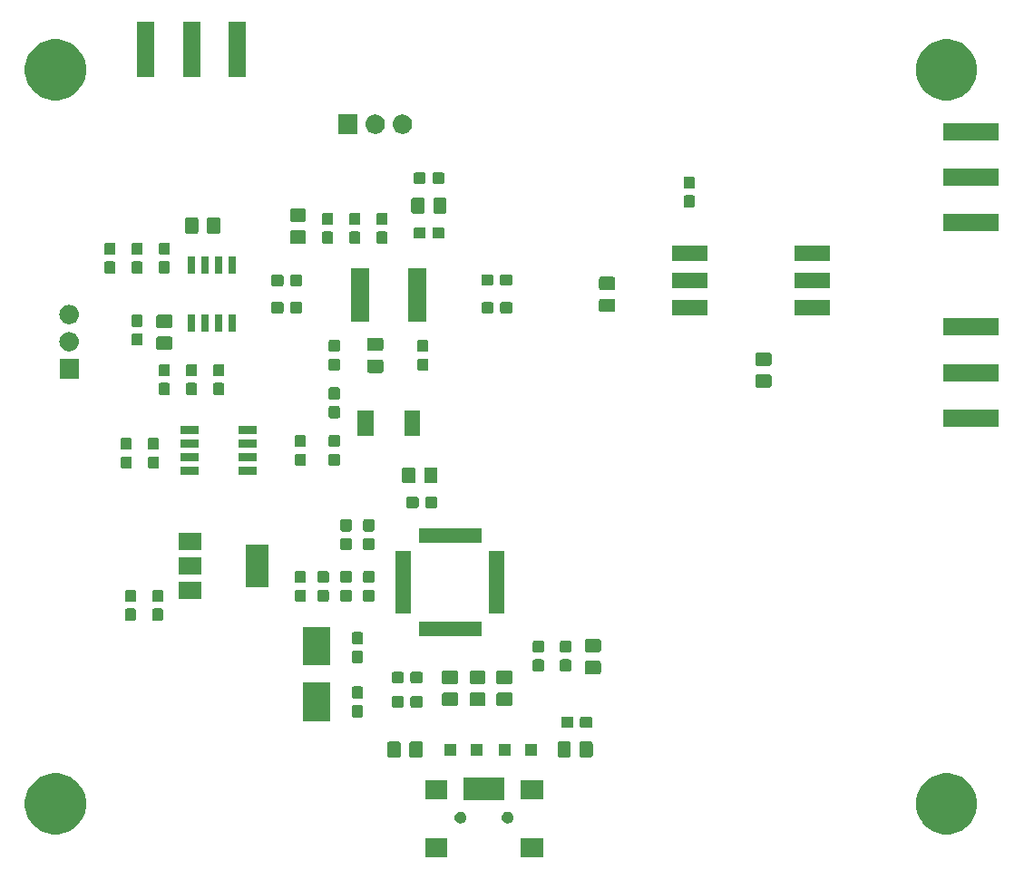
<source format=gbr>
G04 #@! TF.GenerationSoftware,KiCad,Pcbnew,(6.0.0-rc1-dev-1154-gcbd13c712)*
G04 #@! TF.CreationDate,2018-11-28T14:30:40+08:00*
G04 #@! TF.ProjectId,8330_EVA,38333330-5f45-4564-912e-6b696361645f,rev?*
G04 #@! TF.SameCoordinates,Original*
G04 #@! TF.FileFunction,Soldermask,Top*
G04 #@! TF.FilePolarity,Negative*
%FSLAX46Y46*%
G04 Gerber Fmt 4.6, Leading zero omitted, Abs format (unit mm)*
G04 Created by KiCad (PCBNEW (6.0.0-rc1-dev-1154-gcbd13c712)) date 2018/11/28 14:30:40*
%MOMM*%
%LPD*%
G01*
G04 APERTURE LIST*
%ADD10C,0.100000*%
G04 APERTURE END LIST*
D10*
G36*
X157901000Y-126941000D02*
X155799000Y-126941000D01*
X155799000Y-125139000D01*
X157901000Y-125139000D01*
X157901000Y-126941000D01*
X157901000Y-126941000D01*
G37*
G36*
X149001000Y-126941000D02*
X146899000Y-126941000D01*
X146899000Y-125139000D01*
X149001000Y-125139000D01*
X149001000Y-126941000D01*
X149001000Y-126941000D01*
G37*
G36*
X112951202Y-119123781D02*
X113226606Y-119178562D01*
X113745455Y-119393476D01*
X114187737Y-119689000D01*
X114212410Y-119705486D01*
X114609514Y-120102590D01*
X114609516Y-120102593D01*
X114921524Y-120569545D01*
X115136438Y-121088394D01*
X115246000Y-121639201D01*
X115246000Y-122200799D01*
X115136438Y-122751606D01*
X114921524Y-123270455D01*
X114689309Y-123617988D01*
X114609514Y-123737410D01*
X114212410Y-124134514D01*
X114212407Y-124134516D01*
X113745455Y-124446524D01*
X113226606Y-124661438D01*
X112675800Y-124771000D01*
X112114200Y-124771000D01*
X111563394Y-124661438D01*
X111044545Y-124446524D01*
X110577593Y-124134516D01*
X110577590Y-124134514D01*
X110180486Y-123737410D01*
X110100691Y-123617988D01*
X109868476Y-123270455D01*
X109653562Y-122751606D01*
X109544000Y-122200799D01*
X109544000Y-121639201D01*
X109653562Y-121088394D01*
X109868476Y-120569545D01*
X110180484Y-120102593D01*
X110180486Y-120102590D01*
X110577590Y-119705486D01*
X110602263Y-119689000D01*
X111044545Y-119393476D01*
X111563394Y-119178562D01*
X111838798Y-119123781D01*
X112114200Y-119069000D01*
X112675800Y-119069000D01*
X112951202Y-119123781D01*
X112951202Y-119123781D01*
G37*
G36*
X196136202Y-119123781D02*
X196411606Y-119178562D01*
X196930455Y-119393476D01*
X197372737Y-119689000D01*
X197397410Y-119705486D01*
X197794514Y-120102590D01*
X197794516Y-120102593D01*
X198106524Y-120569545D01*
X198321438Y-121088394D01*
X198431000Y-121639201D01*
X198431000Y-122200799D01*
X198321438Y-122751606D01*
X198106524Y-123270455D01*
X197874309Y-123617988D01*
X197794514Y-123737410D01*
X197397410Y-124134514D01*
X197397407Y-124134516D01*
X196930455Y-124446524D01*
X196411606Y-124661438D01*
X195860800Y-124771000D01*
X195299200Y-124771000D01*
X194748394Y-124661438D01*
X194229545Y-124446524D01*
X193762593Y-124134516D01*
X193762590Y-124134514D01*
X193365486Y-123737410D01*
X193285691Y-123617988D01*
X193053476Y-123270455D01*
X192838562Y-122751606D01*
X192729000Y-122200799D01*
X192729000Y-121639201D01*
X192838562Y-121088394D01*
X193053476Y-120569545D01*
X193365484Y-120102593D01*
X193365486Y-120102590D01*
X193762590Y-119705486D01*
X193787263Y-119689000D01*
X194229545Y-119393476D01*
X194748394Y-119178562D01*
X195023798Y-119123781D01*
X195299200Y-119069000D01*
X195860800Y-119069000D01*
X196136202Y-119123781D01*
X196136202Y-119123781D01*
G37*
G36*
X150360721Y-122660174D02*
X150460995Y-122701709D01*
X150551245Y-122762012D01*
X150627988Y-122838755D01*
X150688291Y-122929005D01*
X150729826Y-123029279D01*
X150751000Y-123135730D01*
X150751000Y-123244270D01*
X150729826Y-123350721D01*
X150688291Y-123450995D01*
X150627988Y-123541245D01*
X150551245Y-123617988D01*
X150460995Y-123678291D01*
X150360721Y-123719826D01*
X150254270Y-123741000D01*
X150145730Y-123741000D01*
X150039279Y-123719826D01*
X149939005Y-123678291D01*
X149848755Y-123617988D01*
X149772012Y-123541245D01*
X149711709Y-123450995D01*
X149670174Y-123350721D01*
X149649000Y-123244270D01*
X149649000Y-123135730D01*
X149670174Y-123029279D01*
X149711709Y-122929005D01*
X149772012Y-122838755D01*
X149848755Y-122762012D01*
X149939005Y-122701709D01*
X150039279Y-122660174D01*
X150145730Y-122639000D01*
X150254270Y-122639000D01*
X150360721Y-122660174D01*
X150360721Y-122660174D01*
G37*
G36*
X154760721Y-122660174D02*
X154860995Y-122701709D01*
X154951245Y-122762012D01*
X155027988Y-122838755D01*
X155088291Y-122929005D01*
X155129826Y-123029279D01*
X155151000Y-123135730D01*
X155151000Y-123244270D01*
X155129826Y-123350721D01*
X155088291Y-123450995D01*
X155027988Y-123541245D01*
X154951245Y-123617988D01*
X154860995Y-123678291D01*
X154760721Y-123719826D01*
X154654270Y-123741000D01*
X154545730Y-123741000D01*
X154439279Y-123719826D01*
X154339005Y-123678291D01*
X154248755Y-123617988D01*
X154172012Y-123541245D01*
X154111709Y-123450995D01*
X154070174Y-123350721D01*
X154049000Y-123244270D01*
X154049000Y-123135730D01*
X154070174Y-123029279D01*
X154111709Y-122929005D01*
X154172012Y-122838755D01*
X154248755Y-122762012D01*
X154339005Y-122701709D01*
X154439279Y-122660174D01*
X154545730Y-122639000D01*
X154654270Y-122639000D01*
X154760721Y-122660174D01*
X154760721Y-122660174D01*
G37*
G36*
X154301000Y-121541000D02*
X150499000Y-121541000D01*
X150499000Y-119439000D01*
X154301000Y-119439000D01*
X154301000Y-121541000D01*
X154301000Y-121541000D01*
G37*
G36*
X157901000Y-121491000D02*
X155799000Y-121491000D01*
X155799000Y-119689000D01*
X157901000Y-119689000D01*
X157901000Y-121491000D01*
X157901000Y-121491000D01*
G37*
G36*
X149001000Y-121491000D02*
X146899000Y-121491000D01*
X146899000Y-119689000D01*
X149001000Y-119689000D01*
X149001000Y-121491000D01*
X149001000Y-121491000D01*
G37*
G36*
X162388677Y-116093465D02*
X162426364Y-116104898D01*
X162461103Y-116123466D01*
X162491548Y-116148452D01*
X162516534Y-116178897D01*
X162535102Y-116213636D01*
X162546535Y-116251323D01*
X162551000Y-116296661D01*
X162551000Y-117383339D01*
X162546535Y-117428677D01*
X162535102Y-117466364D01*
X162516534Y-117501103D01*
X162491548Y-117531548D01*
X162461103Y-117556534D01*
X162426364Y-117575102D01*
X162388677Y-117586535D01*
X162343339Y-117591000D01*
X161506661Y-117591000D01*
X161461323Y-117586535D01*
X161423636Y-117575102D01*
X161388897Y-117556534D01*
X161358452Y-117531548D01*
X161333466Y-117501103D01*
X161314898Y-117466364D01*
X161303465Y-117428677D01*
X161299000Y-117383339D01*
X161299000Y-116296661D01*
X161303465Y-116251323D01*
X161314898Y-116213636D01*
X161333466Y-116178897D01*
X161358452Y-116148452D01*
X161388897Y-116123466D01*
X161423636Y-116104898D01*
X161461323Y-116093465D01*
X161506661Y-116089000D01*
X162343339Y-116089000D01*
X162388677Y-116093465D01*
X162388677Y-116093465D01*
G37*
G36*
X144463452Y-116093465D02*
X144501139Y-116104898D01*
X144535878Y-116123466D01*
X144566323Y-116148452D01*
X144591309Y-116178897D01*
X144609877Y-116213636D01*
X144621310Y-116251323D01*
X144625775Y-116296661D01*
X144625775Y-117383339D01*
X144621310Y-117428677D01*
X144609877Y-117466364D01*
X144591309Y-117501103D01*
X144566323Y-117531548D01*
X144535878Y-117556534D01*
X144501139Y-117575102D01*
X144463452Y-117586535D01*
X144418114Y-117591000D01*
X143581436Y-117591000D01*
X143536098Y-117586535D01*
X143498411Y-117575102D01*
X143463672Y-117556534D01*
X143433227Y-117531548D01*
X143408241Y-117501103D01*
X143389673Y-117466364D01*
X143378240Y-117428677D01*
X143373775Y-117383339D01*
X143373775Y-116296661D01*
X143378240Y-116251323D01*
X143389673Y-116213636D01*
X143408241Y-116178897D01*
X143433227Y-116148452D01*
X143463672Y-116123466D01*
X143498411Y-116104898D01*
X143536098Y-116093465D01*
X143581436Y-116089000D01*
X144418114Y-116089000D01*
X144463452Y-116093465D01*
X144463452Y-116093465D01*
G37*
G36*
X146513452Y-116093465D02*
X146551139Y-116104898D01*
X146585878Y-116123466D01*
X146616323Y-116148452D01*
X146641309Y-116178897D01*
X146659877Y-116213636D01*
X146671310Y-116251323D01*
X146675775Y-116296661D01*
X146675775Y-117383339D01*
X146671310Y-117428677D01*
X146659877Y-117466364D01*
X146641309Y-117501103D01*
X146616323Y-117531548D01*
X146585878Y-117556534D01*
X146551139Y-117575102D01*
X146513452Y-117586535D01*
X146468114Y-117591000D01*
X145631436Y-117591000D01*
X145586098Y-117586535D01*
X145548411Y-117575102D01*
X145513672Y-117556534D01*
X145483227Y-117531548D01*
X145458241Y-117501103D01*
X145439673Y-117466364D01*
X145428240Y-117428677D01*
X145423775Y-117383339D01*
X145423775Y-116296661D01*
X145428240Y-116251323D01*
X145439673Y-116213636D01*
X145458241Y-116178897D01*
X145483227Y-116148452D01*
X145513672Y-116123466D01*
X145548411Y-116104898D01*
X145586098Y-116093465D01*
X145631436Y-116089000D01*
X146468114Y-116089000D01*
X146513452Y-116093465D01*
X146513452Y-116093465D01*
G37*
G36*
X160338677Y-116093465D02*
X160376364Y-116104898D01*
X160411103Y-116123466D01*
X160441548Y-116148452D01*
X160466534Y-116178897D01*
X160485102Y-116213636D01*
X160496535Y-116251323D01*
X160501000Y-116296661D01*
X160501000Y-117383339D01*
X160496535Y-117428677D01*
X160485102Y-117466364D01*
X160466534Y-117501103D01*
X160441548Y-117531548D01*
X160411103Y-117556534D01*
X160376364Y-117575102D01*
X160338677Y-117586535D01*
X160293339Y-117591000D01*
X159456661Y-117591000D01*
X159411323Y-117586535D01*
X159373636Y-117575102D01*
X159338897Y-117556534D01*
X159308452Y-117531548D01*
X159283466Y-117501103D01*
X159264898Y-117466364D01*
X159253465Y-117428677D01*
X159249000Y-117383339D01*
X159249000Y-116296661D01*
X159253465Y-116251323D01*
X159264898Y-116213636D01*
X159283466Y-116178897D01*
X159308452Y-116148452D01*
X159338897Y-116123466D01*
X159373636Y-116104898D01*
X159411323Y-116093465D01*
X159456661Y-116089000D01*
X160293339Y-116089000D01*
X160338677Y-116093465D01*
X160338677Y-116093465D01*
G37*
G36*
X154882797Y-117391000D02*
X153780797Y-117391000D01*
X153780797Y-116289000D01*
X154882797Y-116289000D01*
X154882797Y-117391000D01*
X154882797Y-117391000D01*
G37*
G36*
X157382797Y-117391000D02*
X156280797Y-117391000D01*
X156280797Y-116289000D01*
X157382797Y-116289000D01*
X157382797Y-117391000D01*
X157382797Y-117391000D01*
G37*
G36*
X152296000Y-117391000D02*
X151194000Y-117391000D01*
X151194000Y-116289000D01*
X152296000Y-116289000D01*
X152296000Y-117391000D01*
X152296000Y-117391000D01*
G37*
G36*
X149796000Y-117391000D02*
X148694000Y-117391000D01*
X148694000Y-116289000D01*
X149796000Y-116289000D01*
X149796000Y-117391000D01*
X149796000Y-117391000D01*
G37*
G36*
X160589499Y-113778445D02*
X160626993Y-113789819D01*
X160661557Y-113808294D01*
X160691847Y-113833153D01*
X160716706Y-113863443D01*
X160735181Y-113898007D01*
X160746555Y-113935501D01*
X160751000Y-113980638D01*
X160751000Y-114619362D01*
X160746555Y-114664499D01*
X160735181Y-114701993D01*
X160716706Y-114736557D01*
X160691847Y-114766847D01*
X160661557Y-114791706D01*
X160626993Y-114810181D01*
X160589499Y-114821555D01*
X160544362Y-114826000D01*
X159805638Y-114826000D01*
X159760501Y-114821555D01*
X159723007Y-114810181D01*
X159688443Y-114791706D01*
X159658153Y-114766847D01*
X159633294Y-114736557D01*
X159614819Y-114701993D01*
X159603445Y-114664499D01*
X159599000Y-114619362D01*
X159599000Y-113980638D01*
X159603445Y-113935501D01*
X159614819Y-113898007D01*
X159633294Y-113863443D01*
X159658153Y-113833153D01*
X159688443Y-113808294D01*
X159723007Y-113789819D01*
X159760501Y-113778445D01*
X159805638Y-113774000D01*
X160544362Y-113774000D01*
X160589499Y-113778445D01*
X160589499Y-113778445D01*
G37*
G36*
X162339499Y-113778445D02*
X162376993Y-113789819D01*
X162411557Y-113808294D01*
X162441847Y-113833153D01*
X162466706Y-113863443D01*
X162485181Y-113898007D01*
X162496555Y-113935501D01*
X162501000Y-113980638D01*
X162501000Y-114619362D01*
X162496555Y-114664499D01*
X162485181Y-114701993D01*
X162466706Y-114736557D01*
X162441847Y-114766847D01*
X162411557Y-114791706D01*
X162376993Y-114810181D01*
X162339499Y-114821555D01*
X162294362Y-114826000D01*
X161555638Y-114826000D01*
X161510501Y-114821555D01*
X161473007Y-114810181D01*
X161438443Y-114791706D01*
X161408153Y-114766847D01*
X161383294Y-114736557D01*
X161364819Y-114701993D01*
X161353445Y-114664499D01*
X161349000Y-114619362D01*
X161349000Y-113980638D01*
X161353445Y-113935501D01*
X161364819Y-113898007D01*
X161383294Y-113863443D01*
X161408153Y-113833153D01*
X161438443Y-113808294D01*
X161473007Y-113789819D01*
X161510501Y-113778445D01*
X161555638Y-113774000D01*
X162294362Y-113774000D01*
X162339499Y-113778445D01*
X162339499Y-113778445D01*
G37*
G36*
X138030000Y-114196000D02*
X135528000Y-114196000D01*
X135528000Y-110594000D01*
X138030000Y-110594000D01*
X138030000Y-114196000D01*
X138030000Y-114196000D01*
G37*
G36*
X140953499Y-112698445D02*
X140990993Y-112709819D01*
X141025557Y-112728294D01*
X141055847Y-112753153D01*
X141080706Y-112783443D01*
X141099181Y-112818007D01*
X141110555Y-112855501D01*
X141115000Y-112900638D01*
X141115000Y-113639362D01*
X141110555Y-113684499D01*
X141099181Y-113721993D01*
X141080706Y-113756557D01*
X141055847Y-113786847D01*
X141025557Y-113811706D01*
X140990993Y-113830181D01*
X140953499Y-113841555D01*
X140908362Y-113846000D01*
X140269638Y-113846000D01*
X140224501Y-113841555D01*
X140187007Y-113830181D01*
X140152443Y-113811706D01*
X140122153Y-113786847D01*
X140097294Y-113756557D01*
X140078819Y-113721993D01*
X140067445Y-113684499D01*
X140063000Y-113639362D01*
X140063000Y-112900638D01*
X140067445Y-112855501D01*
X140078819Y-112818007D01*
X140097294Y-112783443D01*
X140122153Y-112753153D01*
X140152443Y-112728294D01*
X140187007Y-112709819D01*
X140224501Y-112698445D01*
X140269638Y-112694000D01*
X140908362Y-112694000D01*
X140953499Y-112698445D01*
X140953499Y-112698445D01*
G37*
G36*
X144764274Y-111873445D02*
X144801768Y-111884819D01*
X144836332Y-111903294D01*
X144866622Y-111928153D01*
X144891481Y-111958443D01*
X144909956Y-111993007D01*
X144921330Y-112030501D01*
X144925775Y-112075638D01*
X144925775Y-112714362D01*
X144921330Y-112759499D01*
X144909956Y-112796993D01*
X144891481Y-112831557D01*
X144866622Y-112861847D01*
X144836332Y-112886706D01*
X144801768Y-112905181D01*
X144764274Y-112916555D01*
X144719137Y-112921000D01*
X143980413Y-112921000D01*
X143935276Y-112916555D01*
X143897782Y-112905181D01*
X143863218Y-112886706D01*
X143832928Y-112861847D01*
X143808069Y-112831557D01*
X143789594Y-112796993D01*
X143778220Y-112759499D01*
X143773775Y-112714362D01*
X143773775Y-112075638D01*
X143778220Y-112030501D01*
X143789594Y-111993007D01*
X143808069Y-111958443D01*
X143832928Y-111928153D01*
X143863218Y-111903294D01*
X143897782Y-111884819D01*
X143935276Y-111873445D01*
X143980413Y-111869000D01*
X144719137Y-111869000D01*
X144764274Y-111873445D01*
X144764274Y-111873445D01*
G37*
G36*
X146514274Y-111873445D02*
X146551768Y-111884819D01*
X146586332Y-111903294D01*
X146616622Y-111928153D01*
X146641481Y-111958443D01*
X146659956Y-111993007D01*
X146671330Y-112030501D01*
X146675775Y-112075638D01*
X146675775Y-112714362D01*
X146671330Y-112759499D01*
X146659956Y-112796993D01*
X146641481Y-112831557D01*
X146616622Y-112861847D01*
X146586332Y-112886706D01*
X146551768Y-112905181D01*
X146514274Y-112916555D01*
X146469137Y-112921000D01*
X145730413Y-112921000D01*
X145685276Y-112916555D01*
X145647782Y-112905181D01*
X145613218Y-112886706D01*
X145582928Y-112861847D01*
X145558069Y-112831557D01*
X145539594Y-112796993D01*
X145528220Y-112759499D01*
X145523775Y-112714362D01*
X145523775Y-112075638D01*
X145528220Y-112030501D01*
X145539594Y-111993007D01*
X145558069Y-111958443D01*
X145582928Y-111928153D01*
X145613218Y-111903294D01*
X145647782Y-111884819D01*
X145685276Y-111873445D01*
X145730413Y-111869000D01*
X146469137Y-111869000D01*
X146514274Y-111873445D01*
X146514274Y-111873445D01*
G37*
G36*
X149813677Y-111528465D02*
X149851364Y-111539898D01*
X149886103Y-111558466D01*
X149916548Y-111583452D01*
X149941534Y-111613897D01*
X149960102Y-111648636D01*
X149971535Y-111686323D01*
X149976000Y-111731661D01*
X149976000Y-112568339D01*
X149971535Y-112613677D01*
X149960102Y-112651364D01*
X149941534Y-112686103D01*
X149916548Y-112716548D01*
X149886103Y-112741534D01*
X149851364Y-112760102D01*
X149813677Y-112771535D01*
X149768339Y-112776000D01*
X148681661Y-112776000D01*
X148636323Y-112771535D01*
X148598636Y-112760102D01*
X148563897Y-112741534D01*
X148533452Y-112716548D01*
X148508466Y-112686103D01*
X148489898Y-112651364D01*
X148478465Y-112613677D01*
X148474000Y-112568339D01*
X148474000Y-111731661D01*
X148478465Y-111686323D01*
X148489898Y-111648636D01*
X148508466Y-111613897D01*
X148533452Y-111583452D01*
X148563897Y-111558466D01*
X148598636Y-111539898D01*
X148636323Y-111528465D01*
X148681661Y-111524000D01*
X149768339Y-111524000D01*
X149813677Y-111528465D01*
X149813677Y-111528465D01*
G37*
G36*
X152373622Y-111528465D02*
X152411309Y-111539898D01*
X152446048Y-111558466D01*
X152476493Y-111583452D01*
X152501479Y-111613897D01*
X152520047Y-111648636D01*
X152531480Y-111686323D01*
X152535945Y-111731661D01*
X152535945Y-112568339D01*
X152531480Y-112613677D01*
X152520047Y-112651364D01*
X152501479Y-112686103D01*
X152476493Y-112716548D01*
X152446048Y-112741534D01*
X152411309Y-112760102D01*
X152373622Y-112771535D01*
X152328284Y-112776000D01*
X151241606Y-112776000D01*
X151196268Y-112771535D01*
X151158581Y-112760102D01*
X151123842Y-112741534D01*
X151093397Y-112716548D01*
X151068411Y-112686103D01*
X151049843Y-112651364D01*
X151038410Y-112613677D01*
X151033945Y-112568339D01*
X151033945Y-111731661D01*
X151038410Y-111686323D01*
X151049843Y-111648636D01*
X151068411Y-111613897D01*
X151093397Y-111583452D01*
X151123842Y-111558466D01*
X151158581Y-111539898D01*
X151196268Y-111528465D01*
X151241606Y-111524000D01*
X152328284Y-111524000D01*
X152373622Y-111528465D01*
X152373622Y-111528465D01*
G37*
G36*
X154893677Y-111528465D02*
X154931364Y-111539898D01*
X154966103Y-111558466D01*
X154996548Y-111583452D01*
X155021534Y-111613897D01*
X155040102Y-111648636D01*
X155051535Y-111686323D01*
X155056000Y-111731661D01*
X155056000Y-112568339D01*
X155051535Y-112613677D01*
X155040102Y-112651364D01*
X155021534Y-112686103D01*
X154996548Y-112716548D01*
X154966103Y-112741534D01*
X154931364Y-112760102D01*
X154893677Y-112771535D01*
X154848339Y-112776000D01*
X153761661Y-112776000D01*
X153716323Y-112771535D01*
X153678636Y-112760102D01*
X153643897Y-112741534D01*
X153613452Y-112716548D01*
X153588466Y-112686103D01*
X153569898Y-112651364D01*
X153558465Y-112613677D01*
X153554000Y-112568339D01*
X153554000Y-111731661D01*
X153558465Y-111686323D01*
X153569898Y-111648636D01*
X153588466Y-111613897D01*
X153613452Y-111583452D01*
X153643897Y-111558466D01*
X153678636Y-111539898D01*
X153716323Y-111528465D01*
X153761661Y-111524000D01*
X154848339Y-111524000D01*
X154893677Y-111528465D01*
X154893677Y-111528465D01*
G37*
G36*
X140953499Y-110948445D02*
X140990993Y-110959819D01*
X141025557Y-110978294D01*
X141055847Y-111003153D01*
X141080706Y-111033443D01*
X141099181Y-111068007D01*
X141110555Y-111105501D01*
X141115000Y-111150638D01*
X141115000Y-111889362D01*
X141110555Y-111934499D01*
X141099181Y-111971993D01*
X141080706Y-112006557D01*
X141055847Y-112036847D01*
X141025557Y-112061706D01*
X140990993Y-112080181D01*
X140953499Y-112091555D01*
X140908362Y-112096000D01*
X140269638Y-112096000D01*
X140224501Y-112091555D01*
X140187007Y-112080181D01*
X140152443Y-112061706D01*
X140122153Y-112036847D01*
X140097294Y-112006557D01*
X140078819Y-111971993D01*
X140067445Y-111934499D01*
X140063000Y-111889362D01*
X140063000Y-111150638D01*
X140067445Y-111105501D01*
X140078819Y-111068007D01*
X140097294Y-111033443D01*
X140122153Y-111003153D01*
X140152443Y-110978294D01*
X140187007Y-110959819D01*
X140224501Y-110948445D01*
X140269638Y-110944000D01*
X140908362Y-110944000D01*
X140953499Y-110948445D01*
X140953499Y-110948445D01*
G37*
G36*
X149813677Y-109478465D02*
X149851364Y-109489898D01*
X149886103Y-109508466D01*
X149916548Y-109533452D01*
X149941534Y-109563897D01*
X149960102Y-109598636D01*
X149971535Y-109636323D01*
X149976000Y-109681661D01*
X149976000Y-110518339D01*
X149971535Y-110563677D01*
X149960102Y-110601364D01*
X149941534Y-110636103D01*
X149916548Y-110666548D01*
X149886103Y-110691534D01*
X149851364Y-110710102D01*
X149813677Y-110721535D01*
X149768339Y-110726000D01*
X148681661Y-110726000D01*
X148636323Y-110721535D01*
X148598636Y-110710102D01*
X148563897Y-110691534D01*
X148533452Y-110666548D01*
X148508466Y-110636103D01*
X148489898Y-110601364D01*
X148478465Y-110563677D01*
X148474000Y-110518339D01*
X148474000Y-109681661D01*
X148478465Y-109636323D01*
X148489898Y-109598636D01*
X148508466Y-109563897D01*
X148533452Y-109533452D01*
X148563897Y-109508466D01*
X148598636Y-109489898D01*
X148636323Y-109478465D01*
X148681661Y-109474000D01*
X149768339Y-109474000D01*
X149813677Y-109478465D01*
X149813677Y-109478465D01*
G37*
G36*
X152373622Y-109478465D02*
X152411309Y-109489898D01*
X152446048Y-109508466D01*
X152476493Y-109533452D01*
X152501479Y-109563897D01*
X152520047Y-109598636D01*
X152531480Y-109636323D01*
X152535945Y-109681661D01*
X152535945Y-110518339D01*
X152531480Y-110563677D01*
X152520047Y-110601364D01*
X152501479Y-110636103D01*
X152476493Y-110666548D01*
X152446048Y-110691534D01*
X152411309Y-110710102D01*
X152373622Y-110721535D01*
X152328284Y-110726000D01*
X151241606Y-110726000D01*
X151196268Y-110721535D01*
X151158581Y-110710102D01*
X151123842Y-110691534D01*
X151093397Y-110666548D01*
X151068411Y-110636103D01*
X151049843Y-110601364D01*
X151038410Y-110563677D01*
X151033945Y-110518339D01*
X151033945Y-109681661D01*
X151038410Y-109636323D01*
X151049843Y-109598636D01*
X151068411Y-109563897D01*
X151093397Y-109533452D01*
X151123842Y-109508466D01*
X151158581Y-109489898D01*
X151196268Y-109478465D01*
X151241606Y-109474000D01*
X152328284Y-109474000D01*
X152373622Y-109478465D01*
X152373622Y-109478465D01*
G37*
G36*
X154893677Y-109478465D02*
X154931364Y-109489898D01*
X154966103Y-109508466D01*
X154996548Y-109533452D01*
X155021534Y-109563897D01*
X155040102Y-109598636D01*
X155051535Y-109636323D01*
X155056000Y-109681661D01*
X155056000Y-110518339D01*
X155051535Y-110563677D01*
X155040102Y-110601364D01*
X155021534Y-110636103D01*
X154996548Y-110666548D01*
X154966103Y-110691534D01*
X154931364Y-110710102D01*
X154893677Y-110721535D01*
X154848339Y-110726000D01*
X153761661Y-110726000D01*
X153716323Y-110721535D01*
X153678636Y-110710102D01*
X153643897Y-110691534D01*
X153613452Y-110666548D01*
X153588466Y-110636103D01*
X153569898Y-110601364D01*
X153558465Y-110563677D01*
X153554000Y-110518339D01*
X153554000Y-109681661D01*
X153558465Y-109636323D01*
X153569898Y-109598636D01*
X153588466Y-109563897D01*
X153613452Y-109533452D01*
X153643897Y-109508466D01*
X153678636Y-109489898D01*
X153716323Y-109478465D01*
X153761661Y-109474000D01*
X154848339Y-109474000D01*
X154893677Y-109478465D01*
X154893677Y-109478465D01*
G37*
G36*
X146514274Y-109590988D02*
X146551768Y-109602362D01*
X146586332Y-109620837D01*
X146616622Y-109645696D01*
X146641481Y-109675986D01*
X146659956Y-109710550D01*
X146671330Y-109748044D01*
X146675775Y-109793181D01*
X146675775Y-110431905D01*
X146671330Y-110477042D01*
X146659956Y-110514536D01*
X146641481Y-110549100D01*
X146616622Y-110579390D01*
X146586332Y-110604249D01*
X146551768Y-110622724D01*
X146514274Y-110634098D01*
X146469137Y-110638543D01*
X145730413Y-110638543D01*
X145685276Y-110634098D01*
X145647782Y-110622724D01*
X145613218Y-110604249D01*
X145582928Y-110579390D01*
X145558069Y-110549100D01*
X145539594Y-110514536D01*
X145528220Y-110477042D01*
X145523775Y-110431905D01*
X145523775Y-109793181D01*
X145528220Y-109748044D01*
X145539594Y-109710550D01*
X145558069Y-109675986D01*
X145582928Y-109645696D01*
X145613218Y-109620837D01*
X145647782Y-109602362D01*
X145685276Y-109590988D01*
X145730413Y-109586543D01*
X146469137Y-109586543D01*
X146514274Y-109590988D01*
X146514274Y-109590988D01*
G37*
G36*
X144764274Y-109590988D02*
X144801768Y-109602362D01*
X144836332Y-109620837D01*
X144866622Y-109645696D01*
X144891481Y-109675986D01*
X144909956Y-109710550D01*
X144921330Y-109748044D01*
X144925775Y-109793181D01*
X144925775Y-110431905D01*
X144921330Y-110477042D01*
X144909956Y-110514536D01*
X144891481Y-110549100D01*
X144866622Y-110579390D01*
X144836332Y-110604249D01*
X144801768Y-110622724D01*
X144764274Y-110634098D01*
X144719137Y-110638543D01*
X143980413Y-110638543D01*
X143935276Y-110634098D01*
X143897782Y-110622724D01*
X143863218Y-110604249D01*
X143832928Y-110579390D01*
X143808069Y-110549100D01*
X143789594Y-110514536D01*
X143778220Y-110477042D01*
X143773775Y-110431905D01*
X143773775Y-109793181D01*
X143778220Y-109748044D01*
X143789594Y-109710550D01*
X143808069Y-109675986D01*
X143832928Y-109645696D01*
X143863218Y-109620837D01*
X143897782Y-109602362D01*
X143935276Y-109590988D01*
X143980413Y-109586543D01*
X144719137Y-109586543D01*
X144764274Y-109590988D01*
X144764274Y-109590988D01*
G37*
G36*
X163148677Y-108562513D02*
X163186364Y-108573946D01*
X163221103Y-108592514D01*
X163251548Y-108617500D01*
X163276534Y-108647945D01*
X163295102Y-108682684D01*
X163306535Y-108720371D01*
X163311000Y-108765709D01*
X163311000Y-109602387D01*
X163306535Y-109647725D01*
X163295102Y-109685412D01*
X163276534Y-109720151D01*
X163251548Y-109750596D01*
X163221103Y-109775582D01*
X163186364Y-109794150D01*
X163148677Y-109805583D01*
X163103339Y-109810048D01*
X162016661Y-109810048D01*
X161971323Y-109805583D01*
X161933636Y-109794150D01*
X161898897Y-109775582D01*
X161868452Y-109750596D01*
X161843466Y-109720151D01*
X161824898Y-109685412D01*
X161813465Y-109647725D01*
X161809000Y-109602387D01*
X161809000Y-108765709D01*
X161813465Y-108720371D01*
X161824898Y-108682684D01*
X161843466Y-108647945D01*
X161868452Y-108617500D01*
X161898897Y-108592514D01*
X161933636Y-108573946D01*
X161971323Y-108562513D01*
X162016661Y-108558048D01*
X163103339Y-108558048D01*
X163148677Y-108562513D01*
X163148677Y-108562513D01*
G37*
G36*
X160384499Y-108417493D02*
X160421993Y-108428867D01*
X160456557Y-108447342D01*
X160486847Y-108472201D01*
X160511706Y-108502491D01*
X160530181Y-108537055D01*
X160541555Y-108574549D01*
X160546000Y-108619686D01*
X160546000Y-109358410D01*
X160541555Y-109403547D01*
X160530181Y-109441041D01*
X160511706Y-109475605D01*
X160486847Y-109505895D01*
X160456557Y-109530754D01*
X160421993Y-109549229D01*
X160384499Y-109560603D01*
X160339362Y-109565048D01*
X159700638Y-109565048D01*
X159655501Y-109560603D01*
X159618007Y-109549229D01*
X159583443Y-109530754D01*
X159553153Y-109505895D01*
X159528294Y-109475605D01*
X159509819Y-109441041D01*
X159498445Y-109403547D01*
X159494000Y-109358410D01*
X159494000Y-108619686D01*
X159498445Y-108574549D01*
X159509819Y-108537055D01*
X159528294Y-108502491D01*
X159553153Y-108472201D01*
X159583443Y-108447342D01*
X159618007Y-108428867D01*
X159655501Y-108417493D01*
X159700638Y-108413048D01*
X160339362Y-108413048D01*
X160384499Y-108417493D01*
X160384499Y-108417493D01*
G37*
G36*
X157844499Y-108417493D02*
X157881993Y-108428867D01*
X157916557Y-108447342D01*
X157946847Y-108472201D01*
X157971706Y-108502491D01*
X157990181Y-108537055D01*
X158001555Y-108574549D01*
X158006000Y-108619686D01*
X158006000Y-109358410D01*
X158001555Y-109403547D01*
X157990181Y-109441041D01*
X157971706Y-109475605D01*
X157946847Y-109505895D01*
X157916557Y-109530754D01*
X157881993Y-109549229D01*
X157844499Y-109560603D01*
X157799362Y-109565048D01*
X157160638Y-109565048D01*
X157115501Y-109560603D01*
X157078007Y-109549229D01*
X157043443Y-109530754D01*
X157013153Y-109505895D01*
X156988294Y-109475605D01*
X156969819Y-109441041D01*
X156958445Y-109403547D01*
X156954000Y-109358410D01*
X156954000Y-108619686D01*
X156958445Y-108574549D01*
X156969819Y-108537055D01*
X156988294Y-108502491D01*
X157013153Y-108472201D01*
X157043443Y-108447342D01*
X157078007Y-108428867D01*
X157115501Y-108417493D01*
X157160638Y-108413048D01*
X157799362Y-108413048D01*
X157844499Y-108417493D01*
X157844499Y-108417493D01*
G37*
G36*
X138030000Y-108996000D02*
X135528000Y-108996000D01*
X135528000Y-105394000D01*
X138030000Y-105394000D01*
X138030000Y-108996000D01*
X138030000Y-108996000D01*
G37*
G36*
X140953499Y-107618445D02*
X140990993Y-107629819D01*
X141025557Y-107648294D01*
X141055847Y-107673153D01*
X141080706Y-107703443D01*
X141099181Y-107738007D01*
X141110555Y-107775501D01*
X141115000Y-107820638D01*
X141115000Y-108559362D01*
X141110555Y-108604499D01*
X141099181Y-108641993D01*
X141080706Y-108676557D01*
X141055847Y-108706847D01*
X141025557Y-108731706D01*
X140990993Y-108750181D01*
X140953499Y-108761555D01*
X140908362Y-108766000D01*
X140269638Y-108766000D01*
X140224501Y-108761555D01*
X140187007Y-108750181D01*
X140152443Y-108731706D01*
X140122153Y-108706847D01*
X140097294Y-108676557D01*
X140078819Y-108641993D01*
X140067445Y-108604499D01*
X140063000Y-108559362D01*
X140063000Y-107820638D01*
X140067445Y-107775501D01*
X140078819Y-107738007D01*
X140097294Y-107703443D01*
X140122153Y-107673153D01*
X140152443Y-107648294D01*
X140187007Y-107629819D01*
X140224501Y-107618445D01*
X140269638Y-107614000D01*
X140908362Y-107614000D01*
X140953499Y-107618445D01*
X140953499Y-107618445D01*
G37*
G36*
X160384499Y-106667493D02*
X160421993Y-106678867D01*
X160456557Y-106697342D01*
X160486847Y-106722201D01*
X160511706Y-106752491D01*
X160530181Y-106787055D01*
X160541555Y-106824549D01*
X160546000Y-106869686D01*
X160546000Y-107608410D01*
X160541555Y-107653547D01*
X160530181Y-107691041D01*
X160511706Y-107725605D01*
X160486847Y-107755895D01*
X160456557Y-107780754D01*
X160421993Y-107799229D01*
X160384499Y-107810603D01*
X160339362Y-107815048D01*
X159700638Y-107815048D01*
X159655501Y-107810603D01*
X159618007Y-107799229D01*
X159583443Y-107780754D01*
X159553153Y-107755895D01*
X159528294Y-107725605D01*
X159509819Y-107691041D01*
X159498445Y-107653547D01*
X159494000Y-107608410D01*
X159494000Y-106869686D01*
X159498445Y-106824549D01*
X159509819Y-106787055D01*
X159528294Y-106752491D01*
X159553153Y-106722201D01*
X159583443Y-106697342D01*
X159618007Y-106678867D01*
X159655501Y-106667493D01*
X159700638Y-106663048D01*
X160339362Y-106663048D01*
X160384499Y-106667493D01*
X160384499Y-106667493D01*
G37*
G36*
X157844499Y-106667493D02*
X157881993Y-106678867D01*
X157916557Y-106697342D01*
X157946847Y-106722201D01*
X157971706Y-106752491D01*
X157990181Y-106787055D01*
X158001555Y-106824549D01*
X158006000Y-106869686D01*
X158006000Y-107608410D01*
X158001555Y-107653547D01*
X157990181Y-107691041D01*
X157971706Y-107725605D01*
X157946847Y-107755895D01*
X157916557Y-107780754D01*
X157881993Y-107799229D01*
X157844499Y-107810603D01*
X157799362Y-107815048D01*
X157160638Y-107815048D01*
X157115501Y-107810603D01*
X157078007Y-107799229D01*
X157043443Y-107780754D01*
X157013153Y-107755895D01*
X156988294Y-107725605D01*
X156969819Y-107691041D01*
X156958445Y-107653547D01*
X156954000Y-107608410D01*
X156954000Y-106869686D01*
X156958445Y-106824549D01*
X156969819Y-106787055D01*
X156988294Y-106752491D01*
X157013153Y-106722201D01*
X157043443Y-106697342D01*
X157078007Y-106678867D01*
X157115501Y-106667493D01*
X157160638Y-106663048D01*
X157799362Y-106663048D01*
X157844499Y-106667493D01*
X157844499Y-106667493D01*
G37*
G36*
X163148677Y-106512513D02*
X163186364Y-106523946D01*
X163221103Y-106542514D01*
X163251548Y-106567500D01*
X163276534Y-106597945D01*
X163295102Y-106632684D01*
X163306535Y-106670371D01*
X163311000Y-106715709D01*
X163311000Y-107552387D01*
X163306535Y-107597725D01*
X163295102Y-107635412D01*
X163276534Y-107670151D01*
X163251548Y-107700596D01*
X163221103Y-107725582D01*
X163186364Y-107744150D01*
X163148677Y-107755583D01*
X163103339Y-107760048D01*
X162016661Y-107760048D01*
X161971323Y-107755583D01*
X161933636Y-107744150D01*
X161898897Y-107725582D01*
X161868452Y-107700596D01*
X161843466Y-107670151D01*
X161824898Y-107635412D01*
X161813465Y-107597725D01*
X161809000Y-107552387D01*
X161809000Y-106715709D01*
X161813465Y-106670371D01*
X161824898Y-106632684D01*
X161843466Y-106597945D01*
X161868452Y-106567500D01*
X161898897Y-106542514D01*
X161933636Y-106523946D01*
X161971323Y-106512513D01*
X162016661Y-106508048D01*
X163103339Y-106508048D01*
X163148677Y-106512513D01*
X163148677Y-106512513D01*
G37*
G36*
X140953499Y-105868445D02*
X140990993Y-105879819D01*
X141025557Y-105898294D01*
X141055847Y-105923153D01*
X141080706Y-105953443D01*
X141099181Y-105988007D01*
X141110555Y-106025501D01*
X141115000Y-106070638D01*
X141115000Y-106809362D01*
X141110555Y-106854499D01*
X141099181Y-106891993D01*
X141080706Y-106926557D01*
X141055847Y-106956847D01*
X141025557Y-106981706D01*
X140990993Y-107000181D01*
X140953499Y-107011555D01*
X140908362Y-107016000D01*
X140269638Y-107016000D01*
X140224501Y-107011555D01*
X140187007Y-107000181D01*
X140152443Y-106981706D01*
X140122153Y-106956847D01*
X140097294Y-106926557D01*
X140078819Y-106891993D01*
X140067445Y-106854499D01*
X140063000Y-106809362D01*
X140063000Y-106070638D01*
X140067445Y-106025501D01*
X140078819Y-105988007D01*
X140097294Y-105953443D01*
X140122153Y-105923153D01*
X140152443Y-105898294D01*
X140187007Y-105879819D01*
X140224501Y-105868445D01*
X140269638Y-105864000D01*
X140908362Y-105864000D01*
X140953499Y-105868445D01*
X140953499Y-105868445D01*
G37*
G36*
X152151000Y-106273543D02*
X146299000Y-106273543D01*
X146299000Y-104871543D01*
X152151000Y-104871543D01*
X152151000Y-106273543D01*
X152151000Y-106273543D01*
G37*
G36*
X119757197Y-103675980D02*
X119794691Y-103687354D01*
X119829255Y-103705829D01*
X119859545Y-103730688D01*
X119884404Y-103760978D01*
X119902879Y-103795542D01*
X119914253Y-103833036D01*
X119918698Y-103878173D01*
X119918698Y-104616897D01*
X119914253Y-104662034D01*
X119902879Y-104699528D01*
X119884404Y-104734092D01*
X119859545Y-104764382D01*
X119829255Y-104789241D01*
X119794691Y-104807716D01*
X119757197Y-104819090D01*
X119712060Y-104823535D01*
X119073336Y-104823535D01*
X119028199Y-104819090D01*
X118990705Y-104807716D01*
X118956141Y-104789241D01*
X118925851Y-104764382D01*
X118900992Y-104734092D01*
X118882517Y-104699528D01*
X118871143Y-104662034D01*
X118866698Y-104616897D01*
X118866698Y-103878173D01*
X118871143Y-103833036D01*
X118882517Y-103795542D01*
X118900992Y-103760978D01*
X118925851Y-103730688D01*
X118956141Y-103705829D01*
X118990705Y-103687354D01*
X119028199Y-103675980D01*
X119073336Y-103671535D01*
X119712060Y-103671535D01*
X119757197Y-103675980D01*
X119757197Y-103675980D01*
G37*
G36*
X122297197Y-103675980D02*
X122334691Y-103687354D01*
X122369255Y-103705829D01*
X122399545Y-103730688D01*
X122424404Y-103760978D01*
X122442879Y-103795542D01*
X122454253Y-103833036D01*
X122458698Y-103878173D01*
X122458698Y-104616897D01*
X122454253Y-104662034D01*
X122442879Y-104699528D01*
X122424404Y-104734092D01*
X122399545Y-104764382D01*
X122369255Y-104789241D01*
X122334691Y-104807716D01*
X122297197Y-104819090D01*
X122252060Y-104823535D01*
X121613336Y-104823535D01*
X121568199Y-104819090D01*
X121530705Y-104807716D01*
X121496141Y-104789241D01*
X121465851Y-104764382D01*
X121440992Y-104734092D01*
X121422517Y-104699528D01*
X121411143Y-104662034D01*
X121406698Y-104616897D01*
X121406698Y-103878173D01*
X121411143Y-103833036D01*
X121422517Y-103795542D01*
X121440992Y-103760978D01*
X121465851Y-103730688D01*
X121496141Y-103705829D01*
X121530705Y-103687354D01*
X121568199Y-103675980D01*
X121613336Y-103671535D01*
X122252060Y-103671535D01*
X122297197Y-103675980D01*
X122297197Y-103675980D01*
G37*
G36*
X145576000Y-104148543D02*
X144174000Y-104148543D01*
X144174000Y-98296543D01*
X145576000Y-98296543D01*
X145576000Y-104148543D01*
X145576000Y-104148543D01*
G37*
G36*
X154276000Y-104148543D02*
X152874000Y-104148543D01*
X152874000Y-98296543D01*
X154276000Y-98296543D01*
X154276000Y-104148543D01*
X154276000Y-104148543D01*
G37*
G36*
X119757197Y-101925980D02*
X119794691Y-101937354D01*
X119829255Y-101955829D01*
X119859545Y-101980688D01*
X119884404Y-102010978D01*
X119902879Y-102045542D01*
X119914253Y-102083036D01*
X119918698Y-102128173D01*
X119918698Y-102866897D01*
X119914253Y-102912034D01*
X119902879Y-102949528D01*
X119884404Y-102984092D01*
X119859545Y-103014382D01*
X119829255Y-103039241D01*
X119794691Y-103057716D01*
X119757197Y-103069090D01*
X119712060Y-103073535D01*
X119073336Y-103073535D01*
X119028199Y-103069090D01*
X118990705Y-103057716D01*
X118956141Y-103039241D01*
X118925851Y-103014382D01*
X118900992Y-102984092D01*
X118882517Y-102949528D01*
X118871143Y-102912034D01*
X118866698Y-102866897D01*
X118866698Y-102128173D01*
X118871143Y-102083036D01*
X118882517Y-102045542D01*
X118900992Y-102010978D01*
X118925851Y-101980688D01*
X118956141Y-101955829D01*
X118990705Y-101937354D01*
X119028199Y-101925980D01*
X119073336Y-101921535D01*
X119712060Y-101921535D01*
X119757197Y-101925980D01*
X119757197Y-101925980D01*
G37*
G36*
X122297197Y-101925980D02*
X122334691Y-101937354D01*
X122369255Y-101955829D01*
X122399545Y-101980688D01*
X122424404Y-102010978D01*
X122442879Y-102045542D01*
X122454253Y-102083036D01*
X122458698Y-102128173D01*
X122458698Y-102866897D01*
X122454253Y-102912034D01*
X122442879Y-102949528D01*
X122424404Y-102984092D01*
X122399545Y-103014382D01*
X122369255Y-103039241D01*
X122334691Y-103057716D01*
X122297197Y-103069090D01*
X122252060Y-103073535D01*
X121613336Y-103073535D01*
X121568199Y-103069090D01*
X121530705Y-103057716D01*
X121496141Y-103039241D01*
X121465851Y-103014382D01*
X121440992Y-102984092D01*
X121422517Y-102949528D01*
X121411143Y-102912034D01*
X121406698Y-102866897D01*
X121406698Y-102128173D01*
X121411143Y-102083036D01*
X121422517Y-102045542D01*
X121440992Y-102010978D01*
X121465851Y-101980688D01*
X121496141Y-101955829D01*
X121530705Y-101937354D01*
X121568199Y-101925980D01*
X121613336Y-101921535D01*
X122252060Y-101921535D01*
X122297197Y-101925980D01*
X122297197Y-101925980D01*
G37*
G36*
X139881145Y-101903445D02*
X139918639Y-101914819D01*
X139953203Y-101933294D01*
X139983493Y-101958153D01*
X140008352Y-101988443D01*
X140026827Y-102023007D01*
X140038201Y-102060501D01*
X140042646Y-102105638D01*
X140042646Y-102844362D01*
X140038201Y-102889499D01*
X140026827Y-102926993D01*
X140008352Y-102961557D01*
X139983493Y-102991847D01*
X139953203Y-103016706D01*
X139918639Y-103035181D01*
X139881145Y-103046555D01*
X139836008Y-103051000D01*
X139197284Y-103051000D01*
X139152147Y-103046555D01*
X139114653Y-103035181D01*
X139080089Y-103016706D01*
X139049799Y-102991847D01*
X139024940Y-102961557D01*
X139006465Y-102926993D01*
X138995091Y-102889499D01*
X138990646Y-102844362D01*
X138990646Y-102105638D01*
X138995091Y-102060501D01*
X139006465Y-102023007D01*
X139024940Y-101988443D01*
X139049799Y-101958153D01*
X139080089Y-101933294D01*
X139114653Y-101914819D01*
X139152147Y-101903445D01*
X139197284Y-101899000D01*
X139836008Y-101899000D01*
X139881145Y-101903445D01*
X139881145Y-101903445D01*
G37*
G36*
X137750322Y-101903445D02*
X137787816Y-101914819D01*
X137822380Y-101933294D01*
X137852670Y-101958153D01*
X137877529Y-101988443D01*
X137896004Y-102023007D01*
X137907378Y-102060501D01*
X137911823Y-102105638D01*
X137911823Y-102844362D01*
X137907378Y-102889499D01*
X137896004Y-102926993D01*
X137877529Y-102961557D01*
X137852670Y-102991847D01*
X137822380Y-103016706D01*
X137787816Y-103035181D01*
X137750322Y-103046555D01*
X137705185Y-103051000D01*
X137066461Y-103051000D01*
X137021324Y-103046555D01*
X136983830Y-103035181D01*
X136949266Y-103016706D01*
X136918976Y-102991847D01*
X136894117Y-102961557D01*
X136875642Y-102926993D01*
X136864268Y-102889499D01*
X136859823Y-102844362D01*
X136859823Y-102105638D01*
X136864268Y-102060501D01*
X136875642Y-102023007D01*
X136894117Y-101988443D01*
X136918976Y-101958153D01*
X136949266Y-101933294D01*
X136983830Y-101914819D01*
X137021324Y-101903445D01*
X137066461Y-101899000D01*
X137705185Y-101899000D01*
X137750322Y-101903445D01*
X137750322Y-101903445D01*
G37*
G36*
X142011970Y-101903445D02*
X142049464Y-101914819D01*
X142084028Y-101933294D01*
X142114318Y-101958153D01*
X142139177Y-101988443D01*
X142157652Y-102023007D01*
X142169026Y-102060501D01*
X142173471Y-102105638D01*
X142173471Y-102844362D01*
X142169026Y-102889499D01*
X142157652Y-102926993D01*
X142139177Y-102961557D01*
X142114318Y-102991847D01*
X142084028Y-103016706D01*
X142049464Y-103035181D01*
X142011970Y-103046555D01*
X141966833Y-103051000D01*
X141328109Y-103051000D01*
X141282972Y-103046555D01*
X141245478Y-103035181D01*
X141210914Y-103016706D01*
X141180624Y-102991847D01*
X141155765Y-102961557D01*
X141137290Y-102926993D01*
X141125916Y-102889499D01*
X141121471Y-102844362D01*
X141121471Y-102105638D01*
X141125916Y-102060501D01*
X141137290Y-102023007D01*
X141155765Y-101988443D01*
X141180624Y-101958153D01*
X141210914Y-101933294D01*
X141245478Y-101914819D01*
X141282972Y-101903445D01*
X141328109Y-101899000D01*
X141966833Y-101899000D01*
X142011970Y-101903445D01*
X142011970Y-101903445D01*
G37*
G36*
X135619499Y-101903445D02*
X135656993Y-101914819D01*
X135691557Y-101933294D01*
X135721847Y-101958153D01*
X135746706Y-101988443D01*
X135765181Y-102023007D01*
X135776555Y-102060501D01*
X135781000Y-102105638D01*
X135781000Y-102844362D01*
X135776555Y-102889499D01*
X135765181Y-102926993D01*
X135746706Y-102961557D01*
X135721847Y-102991847D01*
X135691557Y-103016706D01*
X135656993Y-103035181D01*
X135619499Y-103046555D01*
X135574362Y-103051000D01*
X134935638Y-103051000D01*
X134890501Y-103046555D01*
X134853007Y-103035181D01*
X134818443Y-103016706D01*
X134788153Y-102991847D01*
X134763294Y-102961557D01*
X134744819Y-102926993D01*
X134733445Y-102889499D01*
X134729000Y-102844362D01*
X134729000Y-102105638D01*
X134733445Y-102060501D01*
X134744819Y-102023007D01*
X134763294Y-101988443D01*
X134788153Y-101958153D01*
X134818443Y-101933294D01*
X134853007Y-101914819D01*
X134890501Y-101903445D01*
X134935638Y-101899000D01*
X135574362Y-101899000D01*
X135619499Y-101903445D01*
X135619499Y-101903445D01*
G37*
G36*
X126003232Y-102796000D02*
X123901232Y-102796000D01*
X123901232Y-101194000D01*
X126003232Y-101194000D01*
X126003232Y-102796000D01*
X126003232Y-102796000D01*
G37*
G36*
X132303232Y-101646000D02*
X130201232Y-101646000D01*
X130201232Y-97744000D01*
X132303232Y-97744000D01*
X132303232Y-101646000D01*
X132303232Y-101646000D01*
G37*
G36*
X142011970Y-100153445D02*
X142049464Y-100164819D01*
X142084028Y-100183294D01*
X142114318Y-100208153D01*
X142139177Y-100238443D01*
X142157652Y-100273007D01*
X142169026Y-100310501D01*
X142173471Y-100355638D01*
X142173471Y-101094362D01*
X142169026Y-101139499D01*
X142157652Y-101176993D01*
X142139177Y-101211557D01*
X142114318Y-101241847D01*
X142084028Y-101266706D01*
X142049464Y-101285181D01*
X142011970Y-101296555D01*
X141966833Y-101301000D01*
X141328109Y-101301000D01*
X141282972Y-101296555D01*
X141245478Y-101285181D01*
X141210914Y-101266706D01*
X141180624Y-101241847D01*
X141155765Y-101211557D01*
X141137290Y-101176993D01*
X141125916Y-101139499D01*
X141121471Y-101094362D01*
X141121471Y-100355638D01*
X141125916Y-100310501D01*
X141137290Y-100273007D01*
X141155765Y-100238443D01*
X141180624Y-100208153D01*
X141210914Y-100183294D01*
X141245478Y-100164819D01*
X141282972Y-100153445D01*
X141328109Y-100149000D01*
X141966833Y-100149000D01*
X142011970Y-100153445D01*
X142011970Y-100153445D01*
G37*
G36*
X135619499Y-100153445D02*
X135656993Y-100164819D01*
X135691557Y-100183294D01*
X135721847Y-100208153D01*
X135746706Y-100238443D01*
X135765181Y-100273007D01*
X135776555Y-100310501D01*
X135781000Y-100355638D01*
X135781000Y-101094362D01*
X135776555Y-101139499D01*
X135765181Y-101176993D01*
X135746706Y-101211557D01*
X135721847Y-101241847D01*
X135691557Y-101266706D01*
X135656993Y-101285181D01*
X135619499Y-101296555D01*
X135574362Y-101301000D01*
X134935638Y-101301000D01*
X134890501Y-101296555D01*
X134853007Y-101285181D01*
X134818443Y-101266706D01*
X134788153Y-101241847D01*
X134763294Y-101211557D01*
X134744819Y-101176993D01*
X134733445Y-101139499D01*
X134729000Y-101094362D01*
X134729000Y-100355638D01*
X134733445Y-100310501D01*
X134744819Y-100273007D01*
X134763294Y-100238443D01*
X134788153Y-100208153D01*
X134818443Y-100183294D01*
X134853007Y-100164819D01*
X134890501Y-100153445D01*
X134935638Y-100149000D01*
X135574362Y-100149000D01*
X135619499Y-100153445D01*
X135619499Y-100153445D01*
G37*
G36*
X139881145Y-100153445D02*
X139918639Y-100164819D01*
X139953203Y-100183294D01*
X139983493Y-100208153D01*
X140008352Y-100238443D01*
X140026827Y-100273007D01*
X140038201Y-100310501D01*
X140042646Y-100355638D01*
X140042646Y-101094362D01*
X140038201Y-101139499D01*
X140026827Y-101176993D01*
X140008352Y-101211557D01*
X139983493Y-101241847D01*
X139953203Y-101266706D01*
X139918639Y-101285181D01*
X139881145Y-101296555D01*
X139836008Y-101301000D01*
X139197284Y-101301000D01*
X139152147Y-101296555D01*
X139114653Y-101285181D01*
X139080089Y-101266706D01*
X139049799Y-101241847D01*
X139024940Y-101211557D01*
X139006465Y-101176993D01*
X138995091Y-101139499D01*
X138990646Y-101094362D01*
X138990646Y-100355638D01*
X138995091Y-100310501D01*
X139006465Y-100273007D01*
X139024940Y-100238443D01*
X139049799Y-100208153D01*
X139080089Y-100183294D01*
X139114653Y-100164819D01*
X139152147Y-100153445D01*
X139197284Y-100149000D01*
X139836008Y-100149000D01*
X139881145Y-100153445D01*
X139881145Y-100153445D01*
G37*
G36*
X137750322Y-100153445D02*
X137787816Y-100164819D01*
X137822380Y-100183294D01*
X137852670Y-100208153D01*
X137877529Y-100238443D01*
X137896004Y-100273007D01*
X137907378Y-100310501D01*
X137911823Y-100355638D01*
X137911823Y-101094362D01*
X137907378Y-101139499D01*
X137896004Y-101176993D01*
X137877529Y-101211557D01*
X137852670Y-101241847D01*
X137822380Y-101266706D01*
X137787816Y-101285181D01*
X137750322Y-101296555D01*
X137705185Y-101301000D01*
X137066461Y-101301000D01*
X137021324Y-101296555D01*
X136983830Y-101285181D01*
X136949266Y-101266706D01*
X136918976Y-101241847D01*
X136894117Y-101211557D01*
X136875642Y-101176993D01*
X136864268Y-101139499D01*
X136859823Y-101094362D01*
X136859823Y-100355638D01*
X136864268Y-100310501D01*
X136875642Y-100273007D01*
X136894117Y-100238443D01*
X136918976Y-100208153D01*
X136949266Y-100183294D01*
X136983830Y-100164819D01*
X137021324Y-100153445D01*
X137066461Y-100149000D01*
X137705185Y-100149000D01*
X137750322Y-100153445D01*
X137750322Y-100153445D01*
G37*
G36*
X126003232Y-100496000D02*
X123901232Y-100496000D01*
X123901232Y-98894000D01*
X126003232Y-98894000D01*
X126003232Y-100496000D01*
X126003232Y-100496000D01*
G37*
G36*
X142011970Y-97080988D02*
X142049464Y-97092362D01*
X142084028Y-97110837D01*
X142114318Y-97135696D01*
X142139177Y-97165986D01*
X142157652Y-97200550D01*
X142169026Y-97238044D01*
X142173471Y-97283181D01*
X142173471Y-98021905D01*
X142169026Y-98067042D01*
X142157652Y-98104536D01*
X142139177Y-98139100D01*
X142114318Y-98169390D01*
X142084028Y-98194249D01*
X142049464Y-98212724D01*
X142011970Y-98224098D01*
X141966833Y-98228543D01*
X141328109Y-98228543D01*
X141282972Y-98224098D01*
X141245478Y-98212724D01*
X141210914Y-98194249D01*
X141180624Y-98169390D01*
X141155765Y-98139100D01*
X141137290Y-98104536D01*
X141125916Y-98067042D01*
X141121471Y-98021905D01*
X141121471Y-97283181D01*
X141125916Y-97238044D01*
X141137290Y-97200550D01*
X141155765Y-97165986D01*
X141180624Y-97135696D01*
X141210914Y-97110837D01*
X141245478Y-97092362D01*
X141282972Y-97080988D01*
X141328109Y-97076543D01*
X141966833Y-97076543D01*
X142011970Y-97080988D01*
X142011970Y-97080988D01*
G37*
G36*
X139881145Y-97080988D02*
X139918639Y-97092362D01*
X139953203Y-97110837D01*
X139983493Y-97135696D01*
X140008352Y-97165986D01*
X140026827Y-97200550D01*
X140038201Y-97238044D01*
X140042646Y-97283181D01*
X140042646Y-98021905D01*
X140038201Y-98067042D01*
X140026827Y-98104536D01*
X140008352Y-98139100D01*
X139983493Y-98169390D01*
X139953203Y-98194249D01*
X139918639Y-98212724D01*
X139881145Y-98224098D01*
X139836008Y-98228543D01*
X139197284Y-98228543D01*
X139152147Y-98224098D01*
X139114653Y-98212724D01*
X139080089Y-98194249D01*
X139049799Y-98169390D01*
X139024940Y-98139100D01*
X139006465Y-98104536D01*
X138995091Y-98067042D01*
X138990646Y-98021905D01*
X138990646Y-97283181D01*
X138995091Y-97238044D01*
X139006465Y-97200550D01*
X139024940Y-97165986D01*
X139049799Y-97135696D01*
X139080089Y-97110837D01*
X139114653Y-97092362D01*
X139152147Y-97080988D01*
X139197284Y-97076543D01*
X139836008Y-97076543D01*
X139881145Y-97080988D01*
X139881145Y-97080988D01*
G37*
G36*
X126003232Y-98196000D02*
X123901232Y-98196000D01*
X123901232Y-96594000D01*
X126003232Y-96594000D01*
X126003232Y-98196000D01*
X126003232Y-98196000D01*
G37*
G36*
X152151000Y-97573543D02*
X146299000Y-97573543D01*
X146299000Y-96171543D01*
X152151000Y-96171543D01*
X152151000Y-97573543D01*
X152151000Y-97573543D01*
G37*
G36*
X142011970Y-95330988D02*
X142049464Y-95342362D01*
X142084028Y-95360837D01*
X142114318Y-95385696D01*
X142139177Y-95415986D01*
X142157652Y-95450550D01*
X142169026Y-95488044D01*
X142173471Y-95533181D01*
X142173471Y-96271905D01*
X142169026Y-96317042D01*
X142157652Y-96354536D01*
X142139177Y-96389100D01*
X142114318Y-96419390D01*
X142084028Y-96444249D01*
X142049464Y-96462724D01*
X142011970Y-96474098D01*
X141966833Y-96478543D01*
X141328109Y-96478543D01*
X141282972Y-96474098D01*
X141245478Y-96462724D01*
X141210914Y-96444249D01*
X141180624Y-96419390D01*
X141155765Y-96389100D01*
X141137290Y-96354536D01*
X141125916Y-96317042D01*
X141121471Y-96271905D01*
X141121471Y-95533181D01*
X141125916Y-95488044D01*
X141137290Y-95450550D01*
X141155765Y-95415986D01*
X141180624Y-95385696D01*
X141210914Y-95360837D01*
X141245478Y-95342362D01*
X141282972Y-95330988D01*
X141328109Y-95326543D01*
X141966833Y-95326543D01*
X142011970Y-95330988D01*
X142011970Y-95330988D01*
G37*
G36*
X139881145Y-95330988D02*
X139918639Y-95342362D01*
X139953203Y-95360837D01*
X139983493Y-95385696D01*
X140008352Y-95415986D01*
X140026827Y-95450550D01*
X140038201Y-95488044D01*
X140042646Y-95533181D01*
X140042646Y-96271905D01*
X140038201Y-96317042D01*
X140026827Y-96354536D01*
X140008352Y-96389100D01*
X139983493Y-96419390D01*
X139953203Y-96444249D01*
X139918639Y-96462724D01*
X139881145Y-96474098D01*
X139836008Y-96478543D01*
X139197284Y-96478543D01*
X139152147Y-96474098D01*
X139114653Y-96462724D01*
X139080089Y-96444249D01*
X139049799Y-96419390D01*
X139024940Y-96389100D01*
X139006465Y-96354536D01*
X138995091Y-96317042D01*
X138990646Y-96271905D01*
X138990646Y-95533181D01*
X138995091Y-95488044D01*
X139006465Y-95450550D01*
X139024940Y-95415986D01*
X139049799Y-95385696D01*
X139080089Y-95360837D01*
X139114653Y-95342362D01*
X139152147Y-95330988D01*
X139197284Y-95326543D01*
X139836008Y-95326543D01*
X139881145Y-95330988D01*
X139881145Y-95330988D01*
G37*
G36*
X146141209Y-93238493D02*
X146178703Y-93249867D01*
X146213267Y-93268342D01*
X146243557Y-93293201D01*
X146268416Y-93323491D01*
X146286891Y-93358055D01*
X146298265Y-93395549D01*
X146302710Y-93440686D01*
X146302710Y-94079410D01*
X146298265Y-94124547D01*
X146286891Y-94162041D01*
X146268416Y-94196605D01*
X146243557Y-94226895D01*
X146213267Y-94251754D01*
X146178703Y-94270229D01*
X146141209Y-94281603D01*
X146096072Y-94286048D01*
X145357348Y-94286048D01*
X145312211Y-94281603D01*
X145274717Y-94270229D01*
X145240153Y-94251754D01*
X145209863Y-94226895D01*
X145185004Y-94196605D01*
X145166529Y-94162041D01*
X145155155Y-94124547D01*
X145150710Y-94079410D01*
X145150710Y-93440686D01*
X145155155Y-93395549D01*
X145166529Y-93358055D01*
X145185004Y-93323491D01*
X145209863Y-93293201D01*
X145240153Y-93268342D01*
X145274717Y-93249867D01*
X145312211Y-93238493D01*
X145357348Y-93234048D01*
X146096072Y-93234048D01*
X146141209Y-93238493D01*
X146141209Y-93238493D01*
G37*
G36*
X147891209Y-93238493D02*
X147928703Y-93249867D01*
X147963267Y-93268342D01*
X147993557Y-93293201D01*
X148018416Y-93323491D01*
X148036891Y-93358055D01*
X148048265Y-93395549D01*
X148052710Y-93440686D01*
X148052710Y-94079410D01*
X148048265Y-94124547D01*
X148036891Y-94162041D01*
X148018416Y-94196605D01*
X147993557Y-94226895D01*
X147963267Y-94251754D01*
X147928703Y-94270229D01*
X147891209Y-94281603D01*
X147846072Y-94286048D01*
X147107348Y-94286048D01*
X147062211Y-94281603D01*
X147024717Y-94270229D01*
X146990153Y-94251754D01*
X146959863Y-94226895D01*
X146935004Y-94196605D01*
X146916529Y-94162041D01*
X146905155Y-94124547D01*
X146900710Y-94079410D01*
X146900710Y-93440686D01*
X146905155Y-93395549D01*
X146916529Y-93358055D01*
X146935004Y-93323491D01*
X146959863Y-93293201D01*
X146990153Y-93268342D01*
X147024717Y-93249867D01*
X147062211Y-93238493D01*
X147107348Y-93234048D01*
X147846072Y-93234048D01*
X147891209Y-93238493D01*
X147891209Y-93238493D01*
G37*
G36*
X145840387Y-90473513D02*
X145878074Y-90484946D01*
X145912813Y-90503514D01*
X145943258Y-90528500D01*
X145968244Y-90558945D01*
X145986812Y-90593684D01*
X145998245Y-90631371D01*
X146002710Y-90676709D01*
X146002710Y-91763387D01*
X145998245Y-91808725D01*
X145986812Y-91846412D01*
X145968244Y-91881151D01*
X145943258Y-91911596D01*
X145912813Y-91936582D01*
X145878074Y-91955150D01*
X145840387Y-91966583D01*
X145795049Y-91971048D01*
X144958371Y-91971048D01*
X144913033Y-91966583D01*
X144875346Y-91955150D01*
X144840607Y-91936582D01*
X144810162Y-91911596D01*
X144785176Y-91881151D01*
X144766608Y-91846412D01*
X144755175Y-91808725D01*
X144750710Y-91763387D01*
X144750710Y-90676709D01*
X144755175Y-90631371D01*
X144766608Y-90593684D01*
X144785176Y-90558945D01*
X144810162Y-90528500D01*
X144840607Y-90503514D01*
X144875346Y-90484946D01*
X144913033Y-90473513D01*
X144958371Y-90469048D01*
X145795049Y-90469048D01*
X145840387Y-90473513D01*
X145840387Y-90473513D01*
G37*
G36*
X147890387Y-90473513D02*
X147928074Y-90484946D01*
X147962813Y-90503514D01*
X147993258Y-90528500D01*
X148018244Y-90558945D01*
X148036812Y-90593684D01*
X148048245Y-90631371D01*
X148052710Y-90676709D01*
X148052710Y-91763387D01*
X148048245Y-91808725D01*
X148036812Y-91846412D01*
X148018244Y-91881151D01*
X147993258Y-91911596D01*
X147962813Y-91936582D01*
X147928074Y-91955150D01*
X147890387Y-91966583D01*
X147845049Y-91971048D01*
X147008371Y-91971048D01*
X146963033Y-91966583D01*
X146925346Y-91955150D01*
X146890607Y-91936582D01*
X146860162Y-91911596D01*
X146835176Y-91881151D01*
X146816608Y-91846412D01*
X146805175Y-91808725D01*
X146800710Y-91763387D01*
X146800710Y-90676709D01*
X146805175Y-90631371D01*
X146816608Y-90593684D01*
X146835176Y-90558945D01*
X146860162Y-90528500D01*
X146890607Y-90503514D01*
X146925346Y-90484946D01*
X146963033Y-90473513D01*
X147008371Y-90469048D01*
X147845049Y-90469048D01*
X147890387Y-90473513D01*
X147890387Y-90473513D01*
G37*
G36*
X125761000Y-91156000D02*
X124109000Y-91156000D01*
X124109000Y-90454000D01*
X125761000Y-90454000D01*
X125761000Y-91156000D01*
X125761000Y-91156000D01*
G37*
G36*
X131161000Y-91156000D02*
X129509000Y-91156000D01*
X129509000Y-90454000D01*
X131161000Y-90454000D01*
X131161000Y-91156000D01*
X131161000Y-91156000D01*
G37*
G36*
X119363499Y-89457445D02*
X119400993Y-89468819D01*
X119435557Y-89487294D01*
X119465847Y-89512153D01*
X119490706Y-89542443D01*
X119509181Y-89577007D01*
X119520555Y-89614501D01*
X119525000Y-89659638D01*
X119525000Y-90398362D01*
X119520555Y-90443499D01*
X119509181Y-90480993D01*
X119490706Y-90515557D01*
X119465847Y-90545847D01*
X119435557Y-90570706D01*
X119400993Y-90589181D01*
X119363499Y-90600555D01*
X119318362Y-90605000D01*
X118679638Y-90605000D01*
X118634501Y-90600555D01*
X118597007Y-90589181D01*
X118562443Y-90570706D01*
X118532153Y-90545847D01*
X118507294Y-90515557D01*
X118488819Y-90480993D01*
X118477445Y-90443499D01*
X118473000Y-90398362D01*
X118473000Y-89659638D01*
X118477445Y-89614501D01*
X118488819Y-89577007D01*
X118507294Y-89542443D01*
X118532153Y-89512153D01*
X118562443Y-89487294D01*
X118597007Y-89468819D01*
X118634501Y-89457445D01*
X118679638Y-89453000D01*
X119318362Y-89453000D01*
X119363499Y-89457445D01*
X119363499Y-89457445D01*
G37*
G36*
X121903499Y-89457445D02*
X121940993Y-89468819D01*
X121975557Y-89487294D01*
X122005847Y-89512153D01*
X122030706Y-89542443D01*
X122049181Y-89577007D01*
X122060555Y-89614501D01*
X122065000Y-89659638D01*
X122065000Y-90398362D01*
X122060555Y-90443499D01*
X122049181Y-90480993D01*
X122030706Y-90515557D01*
X122005847Y-90545847D01*
X121975557Y-90570706D01*
X121940993Y-90589181D01*
X121903499Y-90600555D01*
X121858362Y-90605000D01*
X121219638Y-90605000D01*
X121174501Y-90600555D01*
X121137007Y-90589181D01*
X121102443Y-90570706D01*
X121072153Y-90545847D01*
X121047294Y-90515557D01*
X121028819Y-90480993D01*
X121017445Y-90443499D01*
X121013000Y-90398362D01*
X121013000Y-89659638D01*
X121017445Y-89614501D01*
X121028819Y-89577007D01*
X121047294Y-89542443D01*
X121072153Y-89512153D01*
X121102443Y-89487294D01*
X121137007Y-89468819D01*
X121174501Y-89457445D01*
X121219638Y-89453000D01*
X121858362Y-89453000D01*
X121903499Y-89457445D01*
X121903499Y-89457445D01*
G37*
G36*
X135619499Y-89203445D02*
X135656993Y-89214819D01*
X135691557Y-89233294D01*
X135721847Y-89258153D01*
X135746706Y-89288443D01*
X135765181Y-89323007D01*
X135776555Y-89360501D01*
X135781000Y-89405638D01*
X135781000Y-90144362D01*
X135776555Y-90189499D01*
X135765181Y-90226993D01*
X135746706Y-90261557D01*
X135721847Y-90291847D01*
X135691557Y-90316706D01*
X135656993Y-90335181D01*
X135619499Y-90346555D01*
X135574362Y-90351000D01*
X134935638Y-90351000D01*
X134890501Y-90346555D01*
X134853007Y-90335181D01*
X134818443Y-90316706D01*
X134788153Y-90291847D01*
X134763294Y-90261557D01*
X134744819Y-90226993D01*
X134733445Y-90189499D01*
X134729000Y-90144362D01*
X134729000Y-89405638D01*
X134733445Y-89360501D01*
X134744819Y-89323007D01*
X134763294Y-89288443D01*
X134788153Y-89258153D01*
X134818443Y-89233294D01*
X134853007Y-89214819D01*
X134890501Y-89203445D01*
X134935638Y-89199000D01*
X135574362Y-89199000D01*
X135619499Y-89203445D01*
X135619499Y-89203445D01*
G37*
G36*
X138794499Y-89203445D02*
X138831993Y-89214819D01*
X138866557Y-89233294D01*
X138896847Y-89258153D01*
X138921706Y-89288443D01*
X138940181Y-89323007D01*
X138951555Y-89360501D01*
X138956000Y-89405638D01*
X138956000Y-90144362D01*
X138951555Y-90189499D01*
X138940181Y-90226993D01*
X138921706Y-90261557D01*
X138896847Y-90291847D01*
X138866557Y-90316706D01*
X138831993Y-90335181D01*
X138794499Y-90346555D01*
X138749362Y-90351000D01*
X138110638Y-90351000D01*
X138065501Y-90346555D01*
X138028007Y-90335181D01*
X137993443Y-90316706D01*
X137963153Y-90291847D01*
X137938294Y-90261557D01*
X137919819Y-90226993D01*
X137908445Y-90189499D01*
X137904000Y-90144362D01*
X137904000Y-89405638D01*
X137908445Y-89360501D01*
X137919819Y-89323007D01*
X137938294Y-89288443D01*
X137963153Y-89258153D01*
X137993443Y-89233294D01*
X138028007Y-89214819D01*
X138065501Y-89203445D01*
X138110638Y-89199000D01*
X138749362Y-89199000D01*
X138794499Y-89203445D01*
X138794499Y-89203445D01*
G37*
G36*
X131161000Y-89886000D02*
X129509000Y-89886000D01*
X129509000Y-89184000D01*
X131161000Y-89184000D01*
X131161000Y-89886000D01*
X131161000Y-89886000D01*
G37*
G36*
X125761000Y-89886000D02*
X124109000Y-89886000D01*
X124109000Y-89184000D01*
X125761000Y-89184000D01*
X125761000Y-89886000D01*
X125761000Y-89886000D01*
G37*
G36*
X121903499Y-87707445D02*
X121940993Y-87718819D01*
X121975557Y-87737294D01*
X122005847Y-87762153D01*
X122030706Y-87792443D01*
X122049181Y-87827007D01*
X122060555Y-87864501D01*
X122065000Y-87909638D01*
X122065000Y-88648362D01*
X122060555Y-88693499D01*
X122049181Y-88730993D01*
X122030706Y-88765557D01*
X122005847Y-88795847D01*
X121975557Y-88820706D01*
X121940993Y-88839181D01*
X121903499Y-88850555D01*
X121858362Y-88855000D01*
X121219638Y-88855000D01*
X121174501Y-88850555D01*
X121137007Y-88839181D01*
X121102443Y-88820706D01*
X121072153Y-88795847D01*
X121047294Y-88765557D01*
X121028819Y-88730993D01*
X121017445Y-88693499D01*
X121013000Y-88648362D01*
X121013000Y-87909638D01*
X121017445Y-87864501D01*
X121028819Y-87827007D01*
X121047294Y-87792443D01*
X121072153Y-87762153D01*
X121102443Y-87737294D01*
X121137007Y-87718819D01*
X121174501Y-87707445D01*
X121219638Y-87703000D01*
X121858362Y-87703000D01*
X121903499Y-87707445D01*
X121903499Y-87707445D01*
G37*
G36*
X119363499Y-87707445D02*
X119400993Y-87718819D01*
X119435557Y-87737294D01*
X119465847Y-87762153D01*
X119490706Y-87792443D01*
X119509181Y-87827007D01*
X119520555Y-87864501D01*
X119525000Y-87909638D01*
X119525000Y-88648362D01*
X119520555Y-88693499D01*
X119509181Y-88730993D01*
X119490706Y-88765557D01*
X119465847Y-88795847D01*
X119435557Y-88820706D01*
X119400993Y-88839181D01*
X119363499Y-88850555D01*
X119318362Y-88855000D01*
X118679638Y-88855000D01*
X118634501Y-88850555D01*
X118597007Y-88839181D01*
X118562443Y-88820706D01*
X118532153Y-88795847D01*
X118507294Y-88765557D01*
X118488819Y-88730993D01*
X118477445Y-88693499D01*
X118473000Y-88648362D01*
X118473000Y-87909638D01*
X118477445Y-87864501D01*
X118488819Y-87827007D01*
X118507294Y-87792443D01*
X118532153Y-87762153D01*
X118562443Y-87737294D01*
X118597007Y-87718819D01*
X118634501Y-87707445D01*
X118679638Y-87703000D01*
X119318362Y-87703000D01*
X119363499Y-87707445D01*
X119363499Y-87707445D01*
G37*
G36*
X125761000Y-88616000D02*
X124109000Y-88616000D01*
X124109000Y-87914000D01*
X125761000Y-87914000D01*
X125761000Y-88616000D01*
X125761000Y-88616000D01*
G37*
G36*
X131161000Y-88616000D02*
X129509000Y-88616000D01*
X129509000Y-87914000D01*
X131161000Y-87914000D01*
X131161000Y-88616000D01*
X131161000Y-88616000D01*
G37*
G36*
X135619499Y-87453445D02*
X135656993Y-87464819D01*
X135691557Y-87483294D01*
X135721847Y-87508153D01*
X135746706Y-87538443D01*
X135765181Y-87573007D01*
X135776555Y-87610501D01*
X135781000Y-87655638D01*
X135781000Y-88394362D01*
X135776555Y-88439499D01*
X135765181Y-88476993D01*
X135746706Y-88511557D01*
X135721847Y-88541847D01*
X135691557Y-88566706D01*
X135656993Y-88585181D01*
X135619499Y-88596555D01*
X135574362Y-88601000D01*
X134935638Y-88601000D01*
X134890501Y-88596555D01*
X134853007Y-88585181D01*
X134818443Y-88566706D01*
X134788153Y-88541847D01*
X134763294Y-88511557D01*
X134744819Y-88476993D01*
X134733445Y-88439499D01*
X134729000Y-88394362D01*
X134729000Y-87655638D01*
X134733445Y-87610501D01*
X134744819Y-87573007D01*
X134763294Y-87538443D01*
X134788153Y-87508153D01*
X134818443Y-87483294D01*
X134853007Y-87464819D01*
X134890501Y-87453445D01*
X134935638Y-87449000D01*
X135574362Y-87449000D01*
X135619499Y-87453445D01*
X135619499Y-87453445D01*
G37*
G36*
X138794499Y-87453445D02*
X138831993Y-87464819D01*
X138866557Y-87483294D01*
X138896847Y-87508153D01*
X138921706Y-87538443D01*
X138940181Y-87573007D01*
X138951555Y-87610501D01*
X138956000Y-87655638D01*
X138956000Y-88394362D01*
X138951555Y-88439499D01*
X138940181Y-88476993D01*
X138921706Y-88511557D01*
X138896847Y-88541847D01*
X138866557Y-88566706D01*
X138831993Y-88585181D01*
X138794499Y-88596555D01*
X138749362Y-88601000D01*
X138110638Y-88601000D01*
X138065501Y-88596555D01*
X138028007Y-88585181D01*
X137993443Y-88566706D01*
X137963153Y-88541847D01*
X137938294Y-88511557D01*
X137919819Y-88476993D01*
X137908445Y-88439499D01*
X137904000Y-88394362D01*
X137904000Y-87655638D01*
X137908445Y-87610501D01*
X137919819Y-87573007D01*
X137938294Y-87538443D01*
X137963153Y-87508153D01*
X137993443Y-87483294D01*
X138028007Y-87464819D01*
X138065501Y-87453445D01*
X138110638Y-87449000D01*
X138749362Y-87449000D01*
X138794499Y-87453445D01*
X138794499Y-87453445D01*
G37*
G36*
X142061000Y-87561000D02*
X140559000Y-87561000D01*
X140559000Y-85159000D01*
X142061000Y-85159000D01*
X142061000Y-87561000D01*
X142061000Y-87561000D01*
G37*
G36*
X146461000Y-87561000D02*
X144959000Y-87561000D01*
X144959000Y-85159000D01*
X146461000Y-85159000D01*
X146461000Y-87561000D01*
X146461000Y-87561000D01*
G37*
G36*
X125761000Y-87346000D02*
X124109000Y-87346000D01*
X124109000Y-86644000D01*
X125761000Y-86644000D01*
X125761000Y-87346000D01*
X125761000Y-87346000D01*
G37*
G36*
X131161000Y-87346000D02*
X129509000Y-87346000D01*
X129509000Y-86644000D01*
X131161000Y-86644000D01*
X131161000Y-87346000D01*
X131161000Y-87346000D01*
G37*
G36*
X200457000Y-86676440D02*
X195275000Y-86676440D01*
X195275000Y-85074440D01*
X200457000Y-85074440D01*
X200457000Y-86676440D01*
X200457000Y-86676440D01*
G37*
G36*
X138794499Y-84758445D02*
X138831993Y-84769819D01*
X138866557Y-84788294D01*
X138896847Y-84813153D01*
X138921706Y-84843443D01*
X138940181Y-84878007D01*
X138951555Y-84915501D01*
X138956000Y-84960638D01*
X138956000Y-85699362D01*
X138951555Y-85744499D01*
X138940181Y-85781993D01*
X138921706Y-85816557D01*
X138896847Y-85846847D01*
X138866557Y-85871706D01*
X138831993Y-85890181D01*
X138794499Y-85901555D01*
X138749362Y-85906000D01*
X138110638Y-85906000D01*
X138065501Y-85901555D01*
X138028007Y-85890181D01*
X137993443Y-85871706D01*
X137963153Y-85846847D01*
X137938294Y-85816557D01*
X137919819Y-85781993D01*
X137908445Y-85744499D01*
X137904000Y-85699362D01*
X137904000Y-84960638D01*
X137908445Y-84915501D01*
X137919819Y-84878007D01*
X137938294Y-84843443D01*
X137963153Y-84813153D01*
X137993443Y-84788294D01*
X138028007Y-84769819D01*
X138065501Y-84758445D01*
X138110638Y-84754000D01*
X138749362Y-84754000D01*
X138794499Y-84758445D01*
X138794499Y-84758445D01*
G37*
G36*
X138794499Y-83008445D02*
X138831993Y-83019819D01*
X138866557Y-83038294D01*
X138896847Y-83063153D01*
X138921706Y-83093443D01*
X138940181Y-83128007D01*
X138951555Y-83165501D01*
X138956000Y-83210638D01*
X138956000Y-83949362D01*
X138951555Y-83994499D01*
X138940181Y-84031993D01*
X138921706Y-84066557D01*
X138896847Y-84096847D01*
X138866557Y-84121706D01*
X138831993Y-84140181D01*
X138794499Y-84151555D01*
X138749362Y-84156000D01*
X138110638Y-84156000D01*
X138065501Y-84151555D01*
X138028007Y-84140181D01*
X137993443Y-84121706D01*
X137963153Y-84096847D01*
X137938294Y-84066557D01*
X137919819Y-84031993D01*
X137908445Y-83994499D01*
X137904000Y-83949362D01*
X137904000Y-83210638D01*
X137908445Y-83165501D01*
X137919819Y-83128007D01*
X137938294Y-83093443D01*
X137963153Y-83063153D01*
X137993443Y-83038294D01*
X138028007Y-83019819D01*
X138065501Y-83008445D01*
X138110638Y-83004000D01*
X138749362Y-83004000D01*
X138794499Y-83008445D01*
X138794499Y-83008445D01*
G37*
G36*
X125459499Y-82585445D02*
X125496993Y-82596819D01*
X125531557Y-82615294D01*
X125561847Y-82640153D01*
X125586706Y-82670443D01*
X125605181Y-82705007D01*
X125616555Y-82742501D01*
X125621000Y-82787638D01*
X125621000Y-83526362D01*
X125616555Y-83571499D01*
X125605181Y-83608993D01*
X125586706Y-83643557D01*
X125561847Y-83673847D01*
X125531557Y-83698706D01*
X125496993Y-83717181D01*
X125459499Y-83728555D01*
X125414362Y-83733000D01*
X124775638Y-83733000D01*
X124730501Y-83728555D01*
X124693007Y-83717181D01*
X124658443Y-83698706D01*
X124628153Y-83673847D01*
X124603294Y-83643557D01*
X124584819Y-83608993D01*
X124573445Y-83571499D01*
X124569000Y-83526362D01*
X124569000Y-82787638D01*
X124573445Y-82742501D01*
X124584819Y-82705007D01*
X124603294Y-82670443D01*
X124628153Y-82640153D01*
X124658443Y-82615294D01*
X124693007Y-82596819D01*
X124730501Y-82585445D01*
X124775638Y-82581000D01*
X125414362Y-82581000D01*
X125459499Y-82585445D01*
X125459499Y-82585445D01*
G37*
G36*
X127999499Y-82585445D02*
X128036993Y-82596819D01*
X128071557Y-82615294D01*
X128101847Y-82640153D01*
X128126706Y-82670443D01*
X128145181Y-82705007D01*
X128156555Y-82742501D01*
X128161000Y-82787638D01*
X128161000Y-83526362D01*
X128156555Y-83571499D01*
X128145181Y-83608993D01*
X128126706Y-83643557D01*
X128101847Y-83673847D01*
X128071557Y-83698706D01*
X128036993Y-83717181D01*
X127999499Y-83728555D01*
X127954362Y-83733000D01*
X127315638Y-83733000D01*
X127270501Y-83728555D01*
X127233007Y-83717181D01*
X127198443Y-83698706D01*
X127168153Y-83673847D01*
X127143294Y-83643557D01*
X127124819Y-83608993D01*
X127113445Y-83571499D01*
X127109000Y-83526362D01*
X127109000Y-82787638D01*
X127113445Y-82742501D01*
X127124819Y-82705007D01*
X127143294Y-82670443D01*
X127168153Y-82640153D01*
X127198443Y-82615294D01*
X127233007Y-82596819D01*
X127270501Y-82585445D01*
X127315638Y-82581000D01*
X127954362Y-82581000D01*
X127999499Y-82585445D01*
X127999499Y-82585445D01*
G37*
G36*
X122919499Y-82585445D02*
X122956993Y-82596819D01*
X122991557Y-82615294D01*
X123021847Y-82640153D01*
X123046706Y-82670443D01*
X123065181Y-82705007D01*
X123076555Y-82742501D01*
X123081000Y-82787638D01*
X123081000Y-83526362D01*
X123076555Y-83571499D01*
X123065181Y-83608993D01*
X123046706Y-83643557D01*
X123021847Y-83673847D01*
X122991557Y-83698706D01*
X122956993Y-83717181D01*
X122919499Y-83728555D01*
X122874362Y-83733000D01*
X122235638Y-83733000D01*
X122190501Y-83728555D01*
X122153007Y-83717181D01*
X122118443Y-83698706D01*
X122088153Y-83673847D01*
X122063294Y-83643557D01*
X122044819Y-83608993D01*
X122033445Y-83571499D01*
X122029000Y-83526362D01*
X122029000Y-82787638D01*
X122033445Y-82742501D01*
X122044819Y-82705007D01*
X122063294Y-82670443D01*
X122088153Y-82640153D01*
X122118443Y-82615294D01*
X122153007Y-82596819D01*
X122190501Y-82585445D01*
X122235638Y-82581000D01*
X122874362Y-82581000D01*
X122919499Y-82585445D01*
X122919499Y-82585445D01*
G37*
G36*
X179069397Y-81794065D02*
X179107084Y-81805498D01*
X179141823Y-81824066D01*
X179172268Y-81849052D01*
X179197254Y-81879497D01*
X179215822Y-81914236D01*
X179227255Y-81951923D01*
X179231720Y-81997261D01*
X179231720Y-82833939D01*
X179227255Y-82879277D01*
X179215822Y-82916964D01*
X179197254Y-82951703D01*
X179172268Y-82982148D01*
X179141823Y-83007134D01*
X179107084Y-83025702D01*
X179069397Y-83037135D01*
X179024059Y-83041600D01*
X177937381Y-83041600D01*
X177892043Y-83037135D01*
X177854356Y-83025702D01*
X177819617Y-83007134D01*
X177789172Y-82982148D01*
X177764186Y-82951703D01*
X177745618Y-82916964D01*
X177734185Y-82879277D01*
X177729720Y-82833939D01*
X177729720Y-81997261D01*
X177734185Y-81951923D01*
X177745618Y-81914236D01*
X177764186Y-81879497D01*
X177789172Y-81849052D01*
X177819617Y-81824066D01*
X177854356Y-81805498D01*
X177892043Y-81794065D01*
X177937381Y-81789600D01*
X179024059Y-81789600D01*
X179069397Y-81794065D01*
X179069397Y-81794065D01*
G37*
G36*
X200457000Y-82426440D02*
X195275000Y-82426440D01*
X195275000Y-80824440D01*
X200457000Y-80824440D01*
X200457000Y-82426440D01*
X200457000Y-82426440D01*
G37*
G36*
X114566000Y-82181000D02*
X112764000Y-82181000D01*
X112764000Y-80379000D01*
X114566000Y-80379000D01*
X114566000Y-82181000D01*
X114566000Y-82181000D01*
G37*
G36*
X127999499Y-80835445D02*
X128036993Y-80846819D01*
X128071557Y-80865294D01*
X128101847Y-80890153D01*
X128126706Y-80920443D01*
X128145181Y-80955007D01*
X128156555Y-80992501D01*
X128161000Y-81037638D01*
X128161000Y-81776362D01*
X128156555Y-81821499D01*
X128145181Y-81858993D01*
X128126706Y-81893557D01*
X128101847Y-81923847D01*
X128071557Y-81948706D01*
X128036993Y-81967181D01*
X127999499Y-81978555D01*
X127954362Y-81983000D01*
X127315638Y-81983000D01*
X127270501Y-81978555D01*
X127233007Y-81967181D01*
X127198443Y-81948706D01*
X127168153Y-81923847D01*
X127143294Y-81893557D01*
X127124819Y-81858993D01*
X127113445Y-81821499D01*
X127109000Y-81776362D01*
X127109000Y-81037638D01*
X127113445Y-80992501D01*
X127124819Y-80955007D01*
X127143294Y-80920443D01*
X127168153Y-80890153D01*
X127198443Y-80865294D01*
X127233007Y-80846819D01*
X127270501Y-80835445D01*
X127315638Y-80831000D01*
X127954362Y-80831000D01*
X127999499Y-80835445D01*
X127999499Y-80835445D01*
G37*
G36*
X122919499Y-80835445D02*
X122956993Y-80846819D01*
X122991557Y-80865294D01*
X123021847Y-80890153D01*
X123046706Y-80920443D01*
X123065181Y-80955007D01*
X123076555Y-80992501D01*
X123081000Y-81037638D01*
X123081000Y-81776362D01*
X123076555Y-81821499D01*
X123065181Y-81858993D01*
X123046706Y-81893557D01*
X123021847Y-81923847D01*
X122991557Y-81948706D01*
X122956993Y-81967181D01*
X122919499Y-81978555D01*
X122874362Y-81983000D01*
X122235638Y-81983000D01*
X122190501Y-81978555D01*
X122153007Y-81967181D01*
X122118443Y-81948706D01*
X122088153Y-81923847D01*
X122063294Y-81893557D01*
X122044819Y-81858993D01*
X122033445Y-81821499D01*
X122029000Y-81776362D01*
X122029000Y-81037638D01*
X122033445Y-80992501D01*
X122044819Y-80955007D01*
X122063294Y-80920443D01*
X122088153Y-80890153D01*
X122118443Y-80865294D01*
X122153007Y-80846819D01*
X122190501Y-80835445D01*
X122235638Y-80831000D01*
X122874362Y-80831000D01*
X122919499Y-80835445D01*
X122919499Y-80835445D01*
G37*
G36*
X125459499Y-80835445D02*
X125496993Y-80846819D01*
X125531557Y-80865294D01*
X125561847Y-80890153D01*
X125586706Y-80920443D01*
X125605181Y-80955007D01*
X125616555Y-80992501D01*
X125621000Y-81037638D01*
X125621000Y-81776362D01*
X125616555Y-81821499D01*
X125605181Y-81858993D01*
X125586706Y-81893557D01*
X125561847Y-81923847D01*
X125531557Y-81948706D01*
X125496993Y-81967181D01*
X125459499Y-81978555D01*
X125414362Y-81983000D01*
X124775638Y-81983000D01*
X124730501Y-81978555D01*
X124693007Y-81967181D01*
X124658443Y-81948706D01*
X124628153Y-81923847D01*
X124603294Y-81893557D01*
X124584819Y-81858993D01*
X124573445Y-81821499D01*
X124569000Y-81776362D01*
X124569000Y-81037638D01*
X124573445Y-80992501D01*
X124584819Y-80955007D01*
X124603294Y-80920443D01*
X124628153Y-80890153D01*
X124658443Y-80865294D01*
X124693007Y-80846819D01*
X124730501Y-80835445D01*
X124775638Y-80831000D01*
X125414362Y-80831000D01*
X125459499Y-80835445D01*
X125459499Y-80835445D01*
G37*
G36*
X142828677Y-80413465D02*
X142866364Y-80424898D01*
X142901103Y-80443466D01*
X142931548Y-80468452D01*
X142956534Y-80498897D01*
X142975102Y-80533636D01*
X142986535Y-80571323D01*
X142991000Y-80616661D01*
X142991000Y-81453339D01*
X142986535Y-81498677D01*
X142975102Y-81536364D01*
X142956534Y-81571103D01*
X142931548Y-81601548D01*
X142901103Y-81626534D01*
X142866364Y-81645102D01*
X142828677Y-81656535D01*
X142783339Y-81661000D01*
X141696661Y-81661000D01*
X141651323Y-81656535D01*
X141613636Y-81645102D01*
X141578897Y-81626534D01*
X141548452Y-81601548D01*
X141523466Y-81571103D01*
X141504898Y-81536364D01*
X141493465Y-81498677D01*
X141489000Y-81453339D01*
X141489000Y-80616661D01*
X141493465Y-80571323D01*
X141504898Y-80533636D01*
X141523466Y-80498897D01*
X141548452Y-80468452D01*
X141578897Y-80443466D01*
X141613636Y-80424898D01*
X141651323Y-80413465D01*
X141696661Y-80409000D01*
X142783339Y-80409000D01*
X142828677Y-80413465D01*
X142828677Y-80413465D01*
G37*
G36*
X147049499Y-80313445D02*
X147086993Y-80324819D01*
X147121557Y-80343294D01*
X147151847Y-80368153D01*
X147176706Y-80398443D01*
X147195181Y-80433007D01*
X147206555Y-80470501D01*
X147211000Y-80515638D01*
X147211000Y-81254362D01*
X147206555Y-81299499D01*
X147195181Y-81336993D01*
X147176706Y-81371557D01*
X147151847Y-81401847D01*
X147121557Y-81426706D01*
X147086993Y-81445181D01*
X147049499Y-81456555D01*
X147004362Y-81461000D01*
X146365638Y-81461000D01*
X146320501Y-81456555D01*
X146283007Y-81445181D01*
X146248443Y-81426706D01*
X146218153Y-81401847D01*
X146193294Y-81371557D01*
X146174819Y-81336993D01*
X146163445Y-81299499D01*
X146159000Y-81254362D01*
X146159000Y-80515638D01*
X146163445Y-80470501D01*
X146174819Y-80433007D01*
X146193294Y-80398443D01*
X146218153Y-80368153D01*
X146248443Y-80343294D01*
X146283007Y-80324819D01*
X146320501Y-80313445D01*
X146365638Y-80309000D01*
X147004362Y-80309000D01*
X147049499Y-80313445D01*
X147049499Y-80313445D01*
G37*
G36*
X138794499Y-80313445D02*
X138831993Y-80324819D01*
X138866557Y-80343294D01*
X138896847Y-80368153D01*
X138921706Y-80398443D01*
X138940181Y-80433007D01*
X138951555Y-80470501D01*
X138956000Y-80515638D01*
X138956000Y-81254362D01*
X138951555Y-81299499D01*
X138940181Y-81336993D01*
X138921706Y-81371557D01*
X138896847Y-81401847D01*
X138866557Y-81426706D01*
X138831993Y-81445181D01*
X138794499Y-81456555D01*
X138749362Y-81461000D01*
X138110638Y-81461000D01*
X138065501Y-81456555D01*
X138028007Y-81445181D01*
X137993443Y-81426706D01*
X137963153Y-81401847D01*
X137938294Y-81371557D01*
X137919819Y-81336993D01*
X137908445Y-81299499D01*
X137904000Y-81254362D01*
X137904000Y-80515638D01*
X137908445Y-80470501D01*
X137919819Y-80433007D01*
X137938294Y-80398443D01*
X137963153Y-80368153D01*
X137993443Y-80343294D01*
X138028007Y-80324819D01*
X138065501Y-80313445D01*
X138110638Y-80309000D01*
X138749362Y-80309000D01*
X138794499Y-80313445D01*
X138794499Y-80313445D01*
G37*
G36*
X179069397Y-79744065D02*
X179107084Y-79755498D01*
X179141823Y-79774066D01*
X179172268Y-79799052D01*
X179197254Y-79829497D01*
X179215822Y-79864236D01*
X179227255Y-79901923D01*
X179231720Y-79947261D01*
X179231720Y-80783939D01*
X179227255Y-80829277D01*
X179215822Y-80866964D01*
X179197254Y-80901703D01*
X179172268Y-80932148D01*
X179141823Y-80957134D01*
X179107084Y-80975702D01*
X179069397Y-80987135D01*
X179024059Y-80991600D01*
X177937381Y-80991600D01*
X177892043Y-80987135D01*
X177854356Y-80975702D01*
X177819617Y-80957134D01*
X177789172Y-80932148D01*
X177764186Y-80901703D01*
X177745618Y-80866964D01*
X177734185Y-80829277D01*
X177729720Y-80783939D01*
X177729720Y-79947261D01*
X177734185Y-79901923D01*
X177745618Y-79864236D01*
X177764186Y-79829497D01*
X177789172Y-79799052D01*
X177819617Y-79774066D01*
X177854356Y-79755498D01*
X177892043Y-79744065D01*
X177937381Y-79739600D01*
X179024059Y-79739600D01*
X179069397Y-79744065D01*
X179069397Y-79744065D01*
G37*
G36*
X138794499Y-78563445D02*
X138831993Y-78574819D01*
X138866557Y-78593294D01*
X138896847Y-78618153D01*
X138921706Y-78648443D01*
X138940181Y-78683007D01*
X138951555Y-78720501D01*
X138956000Y-78765638D01*
X138956000Y-79504362D01*
X138951555Y-79549499D01*
X138940181Y-79586993D01*
X138921706Y-79621557D01*
X138896847Y-79651847D01*
X138866557Y-79676706D01*
X138831993Y-79695181D01*
X138794499Y-79706555D01*
X138749362Y-79711000D01*
X138110638Y-79711000D01*
X138065501Y-79706555D01*
X138028007Y-79695181D01*
X137993443Y-79676706D01*
X137963153Y-79651847D01*
X137938294Y-79621557D01*
X137919819Y-79586993D01*
X137908445Y-79549499D01*
X137904000Y-79504362D01*
X137904000Y-78765638D01*
X137908445Y-78720501D01*
X137919819Y-78683007D01*
X137938294Y-78648443D01*
X137963153Y-78618153D01*
X137993443Y-78593294D01*
X138028007Y-78574819D01*
X138065501Y-78563445D01*
X138110638Y-78559000D01*
X138749362Y-78559000D01*
X138794499Y-78563445D01*
X138794499Y-78563445D01*
G37*
G36*
X147049499Y-78563445D02*
X147086993Y-78574819D01*
X147121557Y-78593294D01*
X147151847Y-78618153D01*
X147176706Y-78648443D01*
X147195181Y-78683007D01*
X147206555Y-78720501D01*
X147211000Y-78765638D01*
X147211000Y-79504362D01*
X147206555Y-79549499D01*
X147195181Y-79586993D01*
X147176706Y-79621557D01*
X147151847Y-79651847D01*
X147121557Y-79676706D01*
X147086993Y-79695181D01*
X147049499Y-79706555D01*
X147004362Y-79711000D01*
X146365638Y-79711000D01*
X146320501Y-79706555D01*
X146283007Y-79695181D01*
X146248443Y-79676706D01*
X146218153Y-79651847D01*
X146193294Y-79621557D01*
X146174819Y-79586993D01*
X146163445Y-79549499D01*
X146159000Y-79504362D01*
X146159000Y-78765638D01*
X146163445Y-78720501D01*
X146174819Y-78683007D01*
X146193294Y-78648443D01*
X146218153Y-78618153D01*
X146248443Y-78593294D01*
X146283007Y-78574819D01*
X146320501Y-78563445D01*
X146365638Y-78559000D01*
X147004362Y-78559000D01*
X147049499Y-78563445D01*
X147049499Y-78563445D01*
G37*
G36*
X113775443Y-77845519D02*
X113841627Y-77852037D01*
X113954853Y-77886384D01*
X114011467Y-77903557D01*
X114115192Y-77959000D01*
X114167991Y-77987222D01*
X114187610Y-78003323D01*
X114305186Y-78099814D01*
X114363352Y-78170691D01*
X114417778Y-78237009D01*
X114417779Y-78237011D01*
X114501443Y-78393533D01*
X114509002Y-78418452D01*
X114552963Y-78563373D01*
X114570359Y-78740000D01*
X114552963Y-78916627D01*
X114543250Y-78948646D01*
X114501443Y-79086467D01*
X114427348Y-79225087D01*
X114417778Y-79242991D01*
X114388448Y-79278729D01*
X114305186Y-79380186D01*
X114222553Y-79448000D01*
X114167991Y-79492778D01*
X114167989Y-79492779D01*
X114011467Y-79576443D01*
X113965845Y-79590282D01*
X113841627Y-79627963D01*
X113780646Y-79633969D01*
X113709260Y-79641000D01*
X113620740Y-79641000D01*
X113549354Y-79633969D01*
X113488373Y-79627963D01*
X113364155Y-79590282D01*
X113318533Y-79576443D01*
X113162011Y-79492779D01*
X113162009Y-79492778D01*
X113107447Y-79448000D01*
X113024814Y-79380186D01*
X112941552Y-79278729D01*
X112912222Y-79242991D01*
X112902652Y-79225087D01*
X112828557Y-79086467D01*
X112786750Y-78948646D01*
X112777037Y-78916627D01*
X112759641Y-78740000D01*
X112777037Y-78563373D01*
X112820998Y-78418452D01*
X112828557Y-78393533D01*
X112912221Y-78237011D01*
X112912222Y-78237009D01*
X112966648Y-78170691D01*
X113024814Y-78099814D01*
X113142390Y-78003323D01*
X113162009Y-77987222D01*
X113214808Y-77959000D01*
X113318533Y-77903557D01*
X113375147Y-77886384D01*
X113488373Y-77852037D01*
X113554557Y-77845519D01*
X113620740Y-77839000D01*
X113709260Y-77839000D01*
X113775443Y-77845519D01*
X113775443Y-77845519D01*
G37*
G36*
X142828677Y-78363465D02*
X142866364Y-78374898D01*
X142901103Y-78393466D01*
X142931548Y-78418452D01*
X142956534Y-78448897D01*
X142975102Y-78483636D01*
X142986535Y-78521323D01*
X142991000Y-78566661D01*
X142991000Y-79403339D01*
X142986535Y-79448677D01*
X142975102Y-79486364D01*
X142956534Y-79521103D01*
X142931548Y-79551548D01*
X142901103Y-79576534D01*
X142866364Y-79595102D01*
X142828677Y-79606535D01*
X142783339Y-79611000D01*
X141696661Y-79611000D01*
X141651323Y-79606535D01*
X141613636Y-79595102D01*
X141578897Y-79576534D01*
X141548452Y-79551548D01*
X141523466Y-79521103D01*
X141504898Y-79486364D01*
X141493465Y-79448677D01*
X141489000Y-79403339D01*
X141489000Y-78566661D01*
X141493465Y-78521323D01*
X141504898Y-78483636D01*
X141523466Y-78448897D01*
X141548452Y-78418452D01*
X141578897Y-78393466D01*
X141613636Y-78374898D01*
X141651323Y-78363465D01*
X141696661Y-78359000D01*
X142783339Y-78359000D01*
X142828677Y-78363465D01*
X142828677Y-78363465D01*
G37*
G36*
X123143677Y-78263465D02*
X123181364Y-78274898D01*
X123216103Y-78293466D01*
X123246548Y-78318452D01*
X123271534Y-78348897D01*
X123290102Y-78383636D01*
X123301535Y-78421323D01*
X123306000Y-78466661D01*
X123306000Y-79303339D01*
X123301535Y-79348677D01*
X123290102Y-79386364D01*
X123271534Y-79421103D01*
X123246548Y-79451548D01*
X123216103Y-79476534D01*
X123181364Y-79495102D01*
X123143677Y-79506535D01*
X123098339Y-79511000D01*
X122011661Y-79511000D01*
X121966323Y-79506535D01*
X121928636Y-79495102D01*
X121893897Y-79476534D01*
X121863452Y-79451548D01*
X121838466Y-79421103D01*
X121819898Y-79386364D01*
X121808465Y-79348677D01*
X121804000Y-79303339D01*
X121804000Y-78466661D01*
X121808465Y-78421323D01*
X121819898Y-78383636D01*
X121838466Y-78348897D01*
X121863452Y-78318452D01*
X121893897Y-78293466D01*
X121928636Y-78274898D01*
X121966323Y-78263465D01*
X122011661Y-78259000D01*
X123098339Y-78259000D01*
X123143677Y-78263465D01*
X123143677Y-78263465D01*
G37*
G36*
X120379499Y-77963445D02*
X120416993Y-77974819D01*
X120451557Y-77993294D01*
X120481847Y-78018153D01*
X120506706Y-78048443D01*
X120525181Y-78083007D01*
X120536555Y-78120501D01*
X120541000Y-78165638D01*
X120541000Y-78904362D01*
X120536555Y-78949499D01*
X120525181Y-78986993D01*
X120506706Y-79021557D01*
X120481847Y-79051847D01*
X120451557Y-79076706D01*
X120416993Y-79095181D01*
X120379499Y-79106555D01*
X120334362Y-79111000D01*
X119695638Y-79111000D01*
X119650501Y-79106555D01*
X119613007Y-79095181D01*
X119578443Y-79076706D01*
X119548153Y-79051847D01*
X119523294Y-79021557D01*
X119504819Y-78986993D01*
X119493445Y-78949499D01*
X119489000Y-78904362D01*
X119489000Y-78165638D01*
X119493445Y-78120501D01*
X119504819Y-78083007D01*
X119523294Y-78048443D01*
X119548153Y-78018153D01*
X119578443Y-77993294D01*
X119613007Y-77974819D01*
X119650501Y-77963445D01*
X119695638Y-77959000D01*
X120334362Y-77959000D01*
X120379499Y-77963445D01*
X120379499Y-77963445D01*
G37*
G36*
X200457000Y-78176440D02*
X195275000Y-78176440D01*
X195275000Y-76574440D01*
X200457000Y-76574440D01*
X200457000Y-78176440D01*
X200457000Y-78176440D01*
G37*
G36*
X125446000Y-77821000D02*
X124744000Y-77821000D01*
X124744000Y-76169000D01*
X125446000Y-76169000D01*
X125446000Y-77821000D01*
X125446000Y-77821000D01*
G37*
G36*
X129256000Y-77821000D02*
X128554000Y-77821000D01*
X128554000Y-76169000D01*
X129256000Y-76169000D01*
X129256000Y-77821000D01*
X129256000Y-77821000D01*
G37*
G36*
X127986000Y-77821000D02*
X127284000Y-77821000D01*
X127284000Y-76169000D01*
X127986000Y-76169000D01*
X127986000Y-77821000D01*
X127986000Y-77821000D01*
G37*
G36*
X126716000Y-77821000D02*
X126014000Y-77821000D01*
X126014000Y-76169000D01*
X126716000Y-76169000D01*
X126716000Y-77821000D01*
X126716000Y-77821000D01*
G37*
G36*
X123143677Y-76213465D02*
X123181364Y-76224898D01*
X123216103Y-76243466D01*
X123246548Y-76268452D01*
X123271534Y-76298897D01*
X123290102Y-76333636D01*
X123301535Y-76371323D01*
X123306000Y-76416661D01*
X123306000Y-77253339D01*
X123301535Y-77298677D01*
X123290102Y-77336364D01*
X123271534Y-77371103D01*
X123246548Y-77401548D01*
X123216103Y-77426534D01*
X123181364Y-77445102D01*
X123143677Y-77456535D01*
X123098339Y-77461000D01*
X122011661Y-77461000D01*
X121966323Y-77456535D01*
X121928636Y-77445102D01*
X121893897Y-77426534D01*
X121863452Y-77401548D01*
X121838466Y-77371103D01*
X121819898Y-77336364D01*
X121808465Y-77298677D01*
X121804000Y-77253339D01*
X121804000Y-76416661D01*
X121808465Y-76371323D01*
X121819898Y-76333636D01*
X121838466Y-76298897D01*
X121863452Y-76268452D01*
X121893897Y-76243466D01*
X121928636Y-76224898D01*
X121966323Y-76213465D01*
X122011661Y-76209000D01*
X123098339Y-76209000D01*
X123143677Y-76213465D01*
X123143677Y-76213465D01*
G37*
G36*
X120379499Y-76213445D02*
X120416993Y-76224819D01*
X120451557Y-76243294D01*
X120481847Y-76268153D01*
X120506706Y-76298443D01*
X120525181Y-76333007D01*
X120536555Y-76370501D01*
X120541000Y-76415638D01*
X120541000Y-77154362D01*
X120536555Y-77199499D01*
X120525181Y-77236993D01*
X120506706Y-77271557D01*
X120481847Y-77301847D01*
X120451557Y-77326706D01*
X120416993Y-77345181D01*
X120379499Y-77356555D01*
X120334362Y-77361000D01*
X119695638Y-77361000D01*
X119650501Y-77356555D01*
X119613007Y-77345181D01*
X119578443Y-77326706D01*
X119548153Y-77301847D01*
X119523294Y-77271557D01*
X119504819Y-77236993D01*
X119493445Y-77199499D01*
X119489000Y-77154362D01*
X119489000Y-76415638D01*
X119493445Y-76370501D01*
X119504819Y-76333007D01*
X119523294Y-76298443D01*
X119548153Y-76268153D01*
X119578443Y-76243294D01*
X119613007Y-76224819D01*
X119650501Y-76213445D01*
X119695638Y-76209000D01*
X120334362Y-76209000D01*
X120379499Y-76213445D01*
X120379499Y-76213445D01*
G37*
G36*
X113775442Y-75305518D02*
X113841627Y-75312037D01*
X113954853Y-75346384D01*
X114011467Y-75363557D01*
X114150087Y-75437652D01*
X114167991Y-75447222D01*
X114203729Y-75476552D01*
X114305186Y-75559814D01*
X114388448Y-75661271D01*
X114417778Y-75697009D01*
X114417779Y-75697011D01*
X114501443Y-75853533D01*
X114503586Y-75860598D01*
X114552963Y-76023373D01*
X114570359Y-76200000D01*
X114552963Y-76376627D01*
X114539596Y-76420691D01*
X114501443Y-76546467D01*
X114427348Y-76685087D01*
X114417778Y-76702991D01*
X114388448Y-76738729D01*
X114305186Y-76840186D01*
X114203729Y-76923448D01*
X114167991Y-76952778D01*
X114167989Y-76952779D01*
X114011467Y-77036443D01*
X113954853Y-77053616D01*
X113841627Y-77087963D01*
X113775442Y-77094482D01*
X113709260Y-77101000D01*
X113620740Y-77101000D01*
X113554558Y-77094482D01*
X113488373Y-77087963D01*
X113375147Y-77053616D01*
X113318533Y-77036443D01*
X113162011Y-76952779D01*
X113162009Y-76952778D01*
X113126271Y-76923448D01*
X113024814Y-76840186D01*
X112941552Y-76738729D01*
X112912222Y-76702991D01*
X112902652Y-76685087D01*
X112828557Y-76546467D01*
X112790404Y-76420691D01*
X112777037Y-76376627D01*
X112759641Y-76200000D01*
X112777037Y-76023373D01*
X112826414Y-75860598D01*
X112828557Y-75853533D01*
X112912221Y-75697011D01*
X112912222Y-75697009D01*
X112941552Y-75661271D01*
X113024814Y-75559814D01*
X113126271Y-75476552D01*
X113162009Y-75447222D01*
X113179913Y-75437652D01*
X113318533Y-75363557D01*
X113375147Y-75346384D01*
X113488373Y-75312037D01*
X113554558Y-75305518D01*
X113620740Y-75299000D01*
X113709260Y-75299000D01*
X113775442Y-75305518D01*
X113775442Y-75305518D01*
G37*
G36*
X141696700Y-76838500D02*
X139994700Y-76838500D01*
X139994700Y-71881500D01*
X141696700Y-71881500D01*
X141696700Y-76838500D01*
X141696700Y-76838500D01*
G37*
G36*
X147005300Y-76838500D02*
X145303300Y-76838500D01*
X145303300Y-71881500D01*
X147005300Y-71881500D01*
X147005300Y-76838500D01*
X147005300Y-76838500D01*
G37*
G36*
X173220476Y-76250389D02*
X169938476Y-76250389D01*
X169938476Y-74878389D01*
X173220476Y-74878389D01*
X173220476Y-76250389D01*
X173220476Y-76250389D01*
G37*
G36*
X184650476Y-76250389D02*
X181368476Y-76250389D01*
X181368476Y-74878389D01*
X184650476Y-74878389D01*
X184650476Y-76250389D01*
X184650476Y-76250389D01*
G37*
G36*
X154893459Y-75053605D02*
X154930953Y-75064979D01*
X154965517Y-75083454D01*
X154995807Y-75108313D01*
X155020666Y-75138603D01*
X155039141Y-75173167D01*
X155050515Y-75210661D01*
X155054960Y-75255798D01*
X155054960Y-75894522D01*
X155050515Y-75939659D01*
X155039141Y-75977153D01*
X155020666Y-76011717D01*
X154995807Y-76042007D01*
X154965517Y-76066866D01*
X154930953Y-76085341D01*
X154893459Y-76096715D01*
X154848322Y-76101160D01*
X154109598Y-76101160D01*
X154064461Y-76096715D01*
X154026967Y-76085341D01*
X153992403Y-76066866D01*
X153962113Y-76042007D01*
X153937254Y-76011717D01*
X153918779Y-75977153D01*
X153907405Y-75939659D01*
X153902960Y-75894522D01*
X153902960Y-75255798D01*
X153907405Y-75210661D01*
X153918779Y-75173167D01*
X153937254Y-75138603D01*
X153962113Y-75108313D01*
X153992403Y-75083454D01*
X154026967Y-75064979D01*
X154064461Y-75053605D01*
X154109598Y-75049160D01*
X154848322Y-75049160D01*
X154893459Y-75053605D01*
X154893459Y-75053605D01*
G37*
G36*
X153143459Y-75053605D02*
X153180953Y-75064979D01*
X153215517Y-75083454D01*
X153245807Y-75108313D01*
X153270666Y-75138603D01*
X153289141Y-75173167D01*
X153300515Y-75210661D01*
X153304960Y-75255798D01*
X153304960Y-75894522D01*
X153300515Y-75939659D01*
X153289141Y-75977153D01*
X153270666Y-76011717D01*
X153245807Y-76042007D01*
X153215517Y-76066866D01*
X153180953Y-76085341D01*
X153143459Y-76096715D01*
X153098322Y-76101160D01*
X152359598Y-76101160D01*
X152314461Y-76096715D01*
X152276967Y-76085341D01*
X152242403Y-76066866D01*
X152212113Y-76042007D01*
X152187254Y-76011717D01*
X152168779Y-75977153D01*
X152157405Y-75939659D01*
X152152960Y-75894522D01*
X152152960Y-75255798D01*
X152157405Y-75210661D01*
X152168779Y-75173167D01*
X152187254Y-75138603D01*
X152212113Y-75108313D01*
X152242403Y-75083454D01*
X152276967Y-75064979D01*
X152314461Y-75053605D01*
X152359598Y-75049160D01*
X153098322Y-75049160D01*
X153143459Y-75053605D01*
X153143459Y-75053605D01*
G37*
G36*
X133524499Y-75043445D02*
X133561993Y-75054819D01*
X133596557Y-75073294D01*
X133626847Y-75098153D01*
X133651706Y-75128443D01*
X133670181Y-75163007D01*
X133681555Y-75200501D01*
X133686000Y-75245638D01*
X133686000Y-75884362D01*
X133681555Y-75929499D01*
X133670181Y-75966993D01*
X133651706Y-76001557D01*
X133626847Y-76031847D01*
X133596557Y-76056706D01*
X133561993Y-76075181D01*
X133524499Y-76086555D01*
X133479362Y-76091000D01*
X132740638Y-76091000D01*
X132695501Y-76086555D01*
X132658007Y-76075181D01*
X132623443Y-76056706D01*
X132593153Y-76031847D01*
X132568294Y-76001557D01*
X132549819Y-75966993D01*
X132538445Y-75929499D01*
X132534000Y-75884362D01*
X132534000Y-75245638D01*
X132538445Y-75200501D01*
X132549819Y-75163007D01*
X132568294Y-75128443D01*
X132593153Y-75098153D01*
X132623443Y-75073294D01*
X132658007Y-75054819D01*
X132695501Y-75043445D01*
X132740638Y-75039000D01*
X133479362Y-75039000D01*
X133524499Y-75043445D01*
X133524499Y-75043445D01*
G37*
G36*
X135274499Y-75043445D02*
X135311993Y-75054819D01*
X135346557Y-75073294D01*
X135376847Y-75098153D01*
X135401706Y-75128443D01*
X135420181Y-75163007D01*
X135431555Y-75200501D01*
X135436000Y-75245638D01*
X135436000Y-75884362D01*
X135431555Y-75929499D01*
X135420181Y-75966993D01*
X135401706Y-76001557D01*
X135376847Y-76031847D01*
X135346557Y-76056706D01*
X135311993Y-76075181D01*
X135274499Y-76086555D01*
X135229362Y-76091000D01*
X134490638Y-76091000D01*
X134445501Y-76086555D01*
X134408007Y-76075181D01*
X134373443Y-76056706D01*
X134343153Y-76031847D01*
X134318294Y-76001557D01*
X134299819Y-75966993D01*
X134288445Y-75929499D01*
X134284000Y-75884362D01*
X134284000Y-75245638D01*
X134288445Y-75200501D01*
X134299819Y-75163007D01*
X134318294Y-75128443D01*
X134343153Y-75098153D01*
X134373443Y-75073294D01*
X134408007Y-75054819D01*
X134445501Y-75043445D01*
X134490638Y-75039000D01*
X135229362Y-75039000D01*
X135274499Y-75043445D01*
X135274499Y-75043445D01*
G37*
G36*
X164479637Y-74734025D02*
X164517324Y-74745458D01*
X164552063Y-74764026D01*
X164582508Y-74789012D01*
X164607494Y-74819457D01*
X164626062Y-74854196D01*
X164637495Y-74891883D01*
X164641960Y-74937221D01*
X164641960Y-75773899D01*
X164637495Y-75819237D01*
X164626062Y-75856924D01*
X164607494Y-75891663D01*
X164582508Y-75922108D01*
X164552063Y-75947094D01*
X164517324Y-75965662D01*
X164479637Y-75977095D01*
X164434299Y-75981560D01*
X163347621Y-75981560D01*
X163302283Y-75977095D01*
X163264596Y-75965662D01*
X163229857Y-75947094D01*
X163199412Y-75922108D01*
X163174426Y-75891663D01*
X163155858Y-75856924D01*
X163144425Y-75819237D01*
X163139960Y-75773899D01*
X163139960Y-74937221D01*
X163144425Y-74891883D01*
X163155858Y-74854196D01*
X163174426Y-74819457D01*
X163199412Y-74789012D01*
X163229857Y-74764026D01*
X163264596Y-74745458D01*
X163302283Y-74734025D01*
X163347621Y-74729560D01*
X164434299Y-74729560D01*
X164479637Y-74734025D01*
X164479637Y-74734025D01*
G37*
G36*
X164479637Y-72684025D02*
X164517324Y-72695458D01*
X164552063Y-72714026D01*
X164582508Y-72739012D01*
X164607494Y-72769457D01*
X164626062Y-72804196D01*
X164637495Y-72841883D01*
X164641960Y-72887221D01*
X164641960Y-73723899D01*
X164637495Y-73769237D01*
X164626062Y-73806924D01*
X164607494Y-73841663D01*
X164582508Y-73872108D01*
X164552063Y-73897094D01*
X164517324Y-73915662D01*
X164479637Y-73927095D01*
X164434299Y-73931560D01*
X163347621Y-73931560D01*
X163302283Y-73927095D01*
X163264596Y-73915662D01*
X163229857Y-73897094D01*
X163199412Y-73872108D01*
X163174426Y-73841663D01*
X163155858Y-73806924D01*
X163144425Y-73769237D01*
X163139960Y-73723899D01*
X163139960Y-72887221D01*
X163144425Y-72841883D01*
X163155858Y-72804196D01*
X163174426Y-72769457D01*
X163199412Y-72739012D01*
X163229857Y-72714026D01*
X163264596Y-72695458D01*
X163302283Y-72684025D01*
X163347621Y-72679560D01*
X164434299Y-72679560D01*
X164479637Y-72684025D01*
X164479637Y-72684025D01*
G37*
G36*
X184650476Y-73710389D02*
X181368476Y-73710389D01*
X181368476Y-72338389D01*
X184650476Y-72338389D01*
X184650476Y-73710389D01*
X184650476Y-73710389D01*
G37*
G36*
X173220476Y-73710389D02*
X169938476Y-73710389D01*
X169938476Y-72338389D01*
X173220476Y-72338389D01*
X173220476Y-73710389D01*
X173220476Y-73710389D01*
G37*
G36*
X135274499Y-72503445D02*
X135311993Y-72514819D01*
X135346557Y-72533294D01*
X135376847Y-72558153D01*
X135401706Y-72588443D01*
X135420181Y-72623007D01*
X135431555Y-72660501D01*
X135436000Y-72705638D01*
X135436000Y-73344362D01*
X135431555Y-73389499D01*
X135420181Y-73426993D01*
X135401706Y-73461557D01*
X135376847Y-73491847D01*
X135346557Y-73516706D01*
X135311993Y-73535181D01*
X135274499Y-73546555D01*
X135229362Y-73551000D01*
X134490638Y-73551000D01*
X134445501Y-73546555D01*
X134408007Y-73535181D01*
X134373443Y-73516706D01*
X134343153Y-73491847D01*
X134318294Y-73461557D01*
X134299819Y-73426993D01*
X134288445Y-73389499D01*
X134284000Y-73344362D01*
X134284000Y-72705638D01*
X134288445Y-72660501D01*
X134299819Y-72623007D01*
X134318294Y-72588443D01*
X134343153Y-72558153D01*
X134373443Y-72533294D01*
X134408007Y-72514819D01*
X134445501Y-72503445D01*
X134490638Y-72499000D01*
X135229362Y-72499000D01*
X135274499Y-72503445D01*
X135274499Y-72503445D01*
G37*
G36*
X133524499Y-72503445D02*
X133561993Y-72514819D01*
X133596557Y-72533294D01*
X133626847Y-72558153D01*
X133651706Y-72588443D01*
X133670181Y-72623007D01*
X133681555Y-72660501D01*
X133686000Y-72705638D01*
X133686000Y-73344362D01*
X133681555Y-73389499D01*
X133670181Y-73426993D01*
X133651706Y-73461557D01*
X133626847Y-73491847D01*
X133596557Y-73516706D01*
X133561993Y-73535181D01*
X133524499Y-73546555D01*
X133479362Y-73551000D01*
X132740638Y-73551000D01*
X132695501Y-73546555D01*
X132658007Y-73535181D01*
X132623443Y-73516706D01*
X132593153Y-73491847D01*
X132568294Y-73461557D01*
X132549819Y-73426993D01*
X132538445Y-73389499D01*
X132534000Y-73344362D01*
X132534000Y-72705638D01*
X132538445Y-72660501D01*
X132549819Y-72623007D01*
X132568294Y-72588443D01*
X132593153Y-72558153D01*
X132623443Y-72533294D01*
X132658007Y-72514819D01*
X132695501Y-72503445D01*
X132740638Y-72499000D01*
X133479362Y-72499000D01*
X133524499Y-72503445D01*
X133524499Y-72503445D01*
G37*
G36*
X153128219Y-72437405D02*
X153165713Y-72448779D01*
X153200277Y-72467254D01*
X153230567Y-72492113D01*
X153255426Y-72522403D01*
X153273901Y-72556967D01*
X153285275Y-72594461D01*
X153289720Y-72639598D01*
X153289720Y-73278322D01*
X153285275Y-73323459D01*
X153273901Y-73360953D01*
X153255426Y-73395517D01*
X153230567Y-73425807D01*
X153200277Y-73450666D01*
X153165713Y-73469141D01*
X153128219Y-73480515D01*
X153083082Y-73484960D01*
X152344358Y-73484960D01*
X152299221Y-73480515D01*
X152261727Y-73469141D01*
X152227163Y-73450666D01*
X152196873Y-73425807D01*
X152172014Y-73395517D01*
X152153539Y-73360953D01*
X152142165Y-73323459D01*
X152137720Y-73278322D01*
X152137720Y-72639598D01*
X152142165Y-72594461D01*
X152153539Y-72556967D01*
X152172014Y-72522403D01*
X152196873Y-72492113D01*
X152227163Y-72467254D01*
X152261727Y-72448779D01*
X152299221Y-72437405D01*
X152344358Y-72432960D01*
X153083082Y-72432960D01*
X153128219Y-72437405D01*
X153128219Y-72437405D01*
G37*
G36*
X154878219Y-72437405D02*
X154915713Y-72448779D01*
X154950277Y-72467254D01*
X154980567Y-72492113D01*
X155005426Y-72522403D01*
X155023901Y-72556967D01*
X155035275Y-72594461D01*
X155039720Y-72639598D01*
X155039720Y-73278322D01*
X155035275Y-73323459D01*
X155023901Y-73360953D01*
X155005426Y-73395517D01*
X154980567Y-73425807D01*
X154950277Y-73450666D01*
X154915713Y-73469141D01*
X154878219Y-73480515D01*
X154833082Y-73484960D01*
X154094358Y-73484960D01*
X154049221Y-73480515D01*
X154011727Y-73469141D01*
X153977163Y-73450666D01*
X153946873Y-73425807D01*
X153922014Y-73395517D01*
X153903539Y-73360953D01*
X153892165Y-73323459D01*
X153887720Y-73278322D01*
X153887720Y-72639598D01*
X153892165Y-72594461D01*
X153903539Y-72556967D01*
X153922014Y-72522403D01*
X153946873Y-72492113D01*
X153977163Y-72467254D01*
X154011727Y-72448779D01*
X154049221Y-72437405D01*
X154094358Y-72432960D01*
X154833082Y-72432960D01*
X154878219Y-72437405D01*
X154878219Y-72437405D01*
G37*
G36*
X125446000Y-72421000D02*
X124744000Y-72421000D01*
X124744000Y-70769000D01*
X125446000Y-70769000D01*
X125446000Y-72421000D01*
X125446000Y-72421000D01*
G37*
G36*
X129256000Y-72421000D02*
X128554000Y-72421000D01*
X128554000Y-70769000D01*
X129256000Y-70769000D01*
X129256000Y-72421000D01*
X129256000Y-72421000D01*
G37*
G36*
X126716000Y-72421000D02*
X126014000Y-72421000D01*
X126014000Y-70769000D01*
X126716000Y-70769000D01*
X126716000Y-72421000D01*
X126716000Y-72421000D01*
G37*
G36*
X127986000Y-72421000D02*
X127284000Y-72421000D01*
X127284000Y-70769000D01*
X127986000Y-70769000D01*
X127986000Y-72421000D01*
X127986000Y-72421000D01*
G37*
G36*
X117839499Y-71238503D02*
X117876993Y-71249877D01*
X117911557Y-71268352D01*
X117941847Y-71293211D01*
X117966706Y-71323501D01*
X117985181Y-71358065D01*
X117996555Y-71395559D01*
X118001000Y-71440696D01*
X118001000Y-72179420D01*
X117996555Y-72224557D01*
X117985181Y-72262051D01*
X117966706Y-72296615D01*
X117941847Y-72326905D01*
X117911557Y-72351764D01*
X117876993Y-72370239D01*
X117839499Y-72381613D01*
X117794362Y-72386058D01*
X117155638Y-72386058D01*
X117110501Y-72381613D01*
X117073007Y-72370239D01*
X117038443Y-72351764D01*
X117008153Y-72326905D01*
X116983294Y-72296615D01*
X116964819Y-72262051D01*
X116953445Y-72224557D01*
X116949000Y-72179420D01*
X116949000Y-71440696D01*
X116953445Y-71395559D01*
X116964819Y-71358065D01*
X116983294Y-71323501D01*
X117008153Y-71293211D01*
X117038443Y-71268352D01*
X117073007Y-71249877D01*
X117110501Y-71238503D01*
X117155638Y-71234058D01*
X117794362Y-71234058D01*
X117839499Y-71238503D01*
X117839499Y-71238503D01*
G37*
G36*
X120379499Y-71238503D02*
X120416993Y-71249877D01*
X120451557Y-71268352D01*
X120481847Y-71293211D01*
X120506706Y-71323501D01*
X120525181Y-71358065D01*
X120536555Y-71395559D01*
X120541000Y-71440696D01*
X120541000Y-72179420D01*
X120536555Y-72224557D01*
X120525181Y-72262051D01*
X120506706Y-72296615D01*
X120481847Y-72326905D01*
X120451557Y-72351764D01*
X120416993Y-72370239D01*
X120379499Y-72381613D01*
X120334362Y-72386058D01*
X119695638Y-72386058D01*
X119650501Y-72381613D01*
X119613007Y-72370239D01*
X119578443Y-72351764D01*
X119548153Y-72326905D01*
X119523294Y-72296615D01*
X119504819Y-72262051D01*
X119493445Y-72224557D01*
X119489000Y-72179420D01*
X119489000Y-71440696D01*
X119493445Y-71395559D01*
X119504819Y-71358065D01*
X119523294Y-71323501D01*
X119548153Y-71293211D01*
X119578443Y-71268352D01*
X119613007Y-71249877D01*
X119650501Y-71238503D01*
X119695638Y-71234058D01*
X120334362Y-71234058D01*
X120379499Y-71238503D01*
X120379499Y-71238503D01*
G37*
G36*
X122919499Y-71223035D02*
X122956993Y-71234409D01*
X122991557Y-71252884D01*
X123021847Y-71277743D01*
X123046706Y-71308033D01*
X123065181Y-71342597D01*
X123076555Y-71380091D01*
X123081000Y-71425228D01*
X123081000Y-72163952D01*
X123076555Y-72209089D01*
X123065181Y-72246583D01*
X123046706Y-72281147D01*
X123021847Y-72311437D01*
X122991557Y-72336296D01*
X122956993Y-72354771D01*
X122919499Y-72366145D01*
X122874362Y-72370590D01*
X122235638Y-72370590D01*
X122190501Y-72366145D01*
X122153007Y-72354771D01*
X122118443Y-72336296D01*
X122088153Y-72311437D01*
X122063294Y-72281147D01*
X122044819Y-72246583D01*
X122033445Y-72209089D01*
X122029000Y-72163952D01*
X122029000Y-71425228D01*
X122033445Y-71380091D01*
X122044819Y-71342597D01*
X122063294Y-71308033D01*
X122088153Y-71277743D01*
X122118443Y-71252884D01*
X122153007Y-71234409D01*
X122190501Y-71223035D01*
X122235638Y-71218590D01*
X122874362Y-71218590D01*
X122919499Y-71223035D01*
X122919499Y-71223035D01*
G37*
G36*
X184650476Y-71170389D02*
X181368476Y-71170389D01*
X181368476Y-69798389D01*
X184650476Y-69798389D01*
X184650476Y-71170389D01*
X184650476Y-71170389D01*
G37*
G36*
X173220476Y-71170389D02*
X169938476Y-71170389D01*
X169938476Y-69798389D01*
X173220476Y-69798389D01*
X173220476Y-71170389D01*
X173220476Y-71170389D01*
G37*
G36*
X120379499Y-69488503D02*
X120416993Y-69499877D01*
X120451557Y-69518352D01*
X120481847Y-69543211D01*
X120506706Y-69573501D01*
X120525181Y-69608065D01*
X120536555Y-69645559D01*
X120541000Y-69690696D01*
X120541000Y-70429420D01*
X120536555Y-70474557D01*
X120525181Y-70512051D01*
X120506706Y-70546615D01*
X120481847Y-70576905D01*
X120451557Y-70601764D01*
X120416993Y-70620239D01*
X120379499Y-70631613D01*
X120334362Y-70636058D01*
X119695638Y-70636058D01*
X119650501Y-70631613D01*
X119613007Y-70620239D01*
X119578443Y-70601764D01*
X119548153Y-70576905D01*
X119523294Y-70546615D01*
X119504819Y-70512051D01*
X119493445Y-70474557D01*
X119489000Y-70429420D01*
X119489000Y-69690696D01*
X119493445Y-69645559D01*
X119504819Y-69608065D01*
X119523294Y-69573501D01*
X119548153Y-69543211D01*
X119578443Y-69518352D01*
X119613007Y-69499877D01*
X119650501Y-69488503D01*
X119695638Y-69484058D01*
X120334362Y-69484058D01*
X120379499Y-69488503D01*
X120379499Y-69488503D01*
G37*
G36*
X117839499Y-69488503D02*
X117876993Y-69499877D01*
X117911557Y-69518352D01*
X117941847Y-69543211D01*
X117966706Y-69573501D01*
X117985181Y-69608065D01*
X117996555Y-69645559D01*
X118001000Y-69690696D01*
X118001000Y-70429420D01*
X117996555Y-70474557D01*
X117985181Y-70512051D01*
X117966706Y-70546615D01*
X117941847Y-70576905D01*
X117911557Y-70601764D01*
X117876993Y-70620239D01*
X117839499Y-70631613D01*
X117794362Y-70636058D01*
X117155638Y-70636058D01*
X117110501Y-70631613D01*
X117073007Y-70620239D01*
X117038443Y-70601764D01*
X117008153Y-70576905D01*
X116983294Y-70546615D01*
X116964819Y-70512051D01*
X116953445Y-70474557D01*
X116949000Y-70429420D01*
X116949000Y-69690696D01*
X116953445Y-69645559D01*
X116964819Y-69608065D01*
X116983294Y-69573501D01*
X117008153Y-69543211D01*
X117038443Y-69518352D01*
X117073007Y-69499877D01*
X117110501Y-69488503D01*
X117155638Y-69484058D01*
X117794362Y-69484058D01*
X117839499Y-69488503D01*
X117839499Y-69488503D01*
G37*
G36*
X122919499Y-69473035D02*
X122956993Y-69484409D01*
X122991557Y-69502884D01*
X123021847Y-69527743D01*
X123046706Y-69558033D01*
X123065181Y-69592597D01*
X123076555Y-69630091D01*
X123081000Y-69675228D01*
X123081000Y-70413952D01*
X123076555Y-70459089D01*
X123065181Y-70496583D01*
X123046706Y-70531147D01*
X123021847Y-70561437D01*
X122991557Y-70586296D01*
X122956993Y-70604771D01*
X122919499Y-70616145D01*
X122874362Y-70620590D01*
X122235638Y-70620590D01*
X122190501Y-70616145D01*
X122153007Y-70604771D01*
X122118443Y-70586296D01*
X122088153Y-70561437D01*
X122063294Y-70531147D01*
X122044819Y-70496583D01*
X122033445Y-70459089D01*
X122029000Y-70413952D01*
X122029000Y-69675228D01*
X122033445Y-69630091D01*
X122044819Y-69592597D01*
X122063294Y-69558033D01*
X122088153Y-69527743D01*
X122118443Y-69502884D01*
X122153007Y-69484409D01*
X122190501Y-69473035D01*
X122235638Y-69468590D01*
X122874362Y-69468590D01*
X122919499Y-69473035D01*
X122919499Y-69473035D01*
G37*
G36*
X143239499Y-68448445D02*
X143276993Y-68459819D01*
X143311557Y-68478294D01*
X143341847Y-68503153D01*
X143366706Y-68533443D01*
X143385181Y-68568007D01*
X143396555Y-68605501D01*
X143401000Y-68650638D01*
X143401000Y-69389362D01*
X143396555Y-69434499D01*
X143385181Y-69471993D01*
X143366706Y-69506557D01*
X143341847Y-69536847D01*
X143311557Y-69561706D01*
X143276993Y-69580181D01*
X143239499Y-69591555D01*
X143194362Y-69596000D01*
X142555638Y-69596000D01*
X142510501Y-69591555D01*
X142473007Y-69580181D01*
X142438443Y-69561706D01*
X142408153Y-69536847D01*
X142383294Y-69506557D01*
X142364819Y-69471993D01*
X142353445Y-69434499D01*
X142349000Y-69389362D01*
X142349000Y-68650638D01*
X142353445Y-68605501D01*
X142364819Y-68568007D01*
X142383294Y-68533443D01*
X142408153Y-68503153D01*
X142438443Y-68478294D01*
X142473007Y-68459819D01*
X142510501Y-68448445D01*
X142555638Y-68444000D01*
X143194362Y-68444000D01*
X143239499Y-68448445D01*
X143239499Y-68448445D01*
G37*
G36*
X138159499Y-68448445D02*
X138196993Y-68459819D01*
X138231557Y-68478294D01*
X138261847Y-68503153D01*
X138286706Y-68533443D01*
X138305181Y-68568007D01*
X138316555Y-68605501D01*
X138321000Y-68650638D01*
X138321000Y-69389362D01*
X138316555Y-69434499D01*
X138305181Y-69471993D01*
X138286706Y-69506557D01*
X138261847Y-69536847D01*
X138231557Y-69561706D01*
X138196993Y-69580181D01*
X138159499Y-69591555D01*
X138114362Y-69596000D01*
X137475638Y-69596000D01*
X137430501Y-69591555D01*
X137393007Y-69580181D01*
X137358443Y-69561706D01*
X137328153Y-69536847D01*
X137303294Y-69506557D01*
X137284819Y-69471993D01*
X137273445Y-69434499D01*
X137269000Y-69389362D01*
X137269000Y-68650638D01*
X137273445Y-68605501D01*
X137284819Y-68568007D01*
X137303294Y-68533443D01*
X137328153Y-68503153D01*
X137358443Y-68478294D01*
X137393007Y-68459819D01*
X137430501Y-68448445D01*
X137475638Y-68444000D01*
X138114362Y-68444000D01*
X138159499Y-68448445D01*
X138159499Y-68448445D01*
G37*
G36*
X140699499Y-68448445D02*
X140736993Y-68459819D01*
X140771557Y-68478294D01*
X140801847Y-68503153D01*
X140826706Y-68533443D01*
X140845181Y-68568007D01*
X140856555Y-68605501D01*
X140861000Y-68650638D01*
X140861000Y-69389362D01*
X140856555Y-69434499D01*
X140845181Y-69471993D01*
X140826706Y-69506557D01*
X140801847Y-69536847D01*
X140771557Y-69561706D01*
X140736993Y-69580181D01*
X140699499Y-69591555D01*
X140654362Y-69596000D01*
X140015638Y-69596000D01*
X139970501Y-69591555D01*
X139933007Y-69580181D01*
X139898443Y-69561706D01*
X139868153Y-69536847D01*
X139843294Y-69506557D01*
X139824819Y-69471993D01*
X139813445Y-69434499D01*
X139809000Y-69389362D01*
X139809000Y-68650638D01*
X139813445Y-68605501D01*
X139824819Y-68568007D01*
X139843294Y-68533443D01*
X139868153Y-68503153D01*
X139898443Y-68478294D01*
X139933007Y-68459819D01*
X139970501Y-68448445D01*
X140015638Y-68444000D01*
X140654362Y-68444000D01*
X140699499Y-68448445D01*
X140699499Y-68448445D01*
G37*
G36*
X135623677Y-68348465D02*
X135661364Y-68359898D01*
X135696103Y-68378466D01*
X135726548Y-68403452D01*
X135751534Y-68433897D01*
X135770102Y-68468636D01*
X135781535Y-68506323D01*
X135786000Y-68551661D01*
X135786000Y-69388339D01*
X135781535Y-69433677D01*
X135770102Y-69471364D01*
X135751534Y-69506103D01*
X135726548Y-69536548D01*
X135696103Y-69561534D01*
X135661364Y-69580102D01*
X135623677Y-69591535D01*
X135578339Y-69596000D01*
X134491661Y-69596000D01*
X134446323Y-69591535D01*
X134408636Y-69580102D01*
X134373897Y-69561534D01*
X134343452Y-69536548D01*
X134318466Y-69506103D01*
X134299898Y-69471364D01*
X134288465Y-69433677D01*
X134284000Y-69388339D01*
X134284000Y-68551661D01*
X134288465Y-68506323D01*
X134299898Y-68468636D01*
X134318466Y-68433897D01*
X134343452Y-68403452D01*
X134373897Y-68378466D01*
X134408636Y-68359898D01*
X134446323Y-68348465D01*
X134491661Y-68344000D01*
X135578339Y-68344000D01*
X135623677Y-68348465D01*
X135623677Y-68348465D01*
G37*
G36*
X146803699Y-68058445D02*
X146841193Y-68069819D01*
X146875757Y-68088294D01*
X146906047Y-68113153D01*
X146930906Y-68143443D01*
X146949381Y-68178007D01*
X146960755Y-68215501D01*
X146965200Y-68260638D01*
X146965200Y-68899362D01*
X146960755Y-68944499D01*
X146949381Y-68981993D01*
X146930906Y-69016557D01*
X146906047Y-69046847D01*
X146875757Y-69071706D01*
X146841193Y-69090181D01*
X146803699Y-69101555D01*
X146758562Y-69106000D01*
X146019838Y-69106000D01*
X145974701Y-69101555D01*
X145937207Y-69090181D01*
X145902643Y-69071706D01*
X145872353Y-69046847D01*
X145847494Y-69016557D01*
X145829019Y-68981993D01*
X145817645Y-68944499D01*
X145813200Y-68899362D01*
X145813200Y-68260638D01*
X145817645Y-68215501D01*
X145829019Y-68178007D01*
X145847494Y-68143443D01*
X145872353Y-68113153D01*
X145902643Y-68088294D01*
X145937207Y-68069819D01*
X145974701Y-68058445D01*
X146019838Y-68054000D01*
X146758562Y-68054000D01*
X146803699Y-68058445D01*
X146803699Y-68058445D01*
G37*
G36*
X148553699Y-68058445D02*
X148591193Y-68069819D01*
X148625757Y-68088294D01*
X148656047Y-68113153D01*
X148680906Y-68143443D01*
X148699381Y-68178007D01*
X148710755Y-68215501D01*
X148715200Y-68260638D01*
X148715200Y-68899362D01*
X148710755Y-68944499D01*
X148699381Y-68981993D01*
X148680906Y-69016557D01*
X148656047Y-69046847D01*
X148625757Y-69071706D01*
X148591193Y-69090181D01*
X148553699Y-69101555D01*
X148508562Y-69106000D01*
X147769838Y-69106000D01*
X147724701Y-69101555D01*
X147687207Y-69090181D01*
X147652643Y-69071706D01*
X147622353Y-69046847D01*
X147597494Y-69016557D01*
X147579019Y-68981993D01*
X147567645Y-68944499D01*
X147563200Y-68899362D01*
X147563200Y-68260638D01*
X147567645Y-68215501D01*
X147579019Y-68178007D01*
X147597494Y-68143443D01*
X147622353Y-68113153D01*
X147652643Y-68088294D01*
X147687207Y-68069819D01*
X147724701Y-68058445D01*
X147769838Y-68054000D01*
X148508562Y-68054000D01*
X148553699Y-68058445D01*
X148553699Y-68058445D01*
G37*
G36*
X125568677Y-67143465D02*
X125606364Y-67154898D01*
X125641103Y-67173466D01*
X125671548Y-67198452D01*
X125696534Y-67228897D01*
X125715102Y-67263636D01*
X125726535Y-67301323D01*
X125731000Y-67346661D01*
X125731000Y-68433339D01*
X125726535Y-68478677D01*
X125715102Y-68516364D01*
X125696534Y-68551103D01*
X125671548Y-68581548D01*
X125641103Y-68606534D01*
X125606364Y-68625102D01*
X125568677Y-68636535D01*
X125523339Y-68641000D01*
X124686661Y-68641000D01*
X124641323Y-68636535D01*
X124603636Y-68625102D01*
X124568897Y-68606534D01*
X124538452Y-68581548D01*
X124513466Y-68551103D01*
X124494898Y-68516364D01*
X124483465Y-68478677D01*
X124479000Y-68433339D01*
X124479000Y-67346661D01*
X124483465Y-67301323D01*
X124494898Y-67263636D01*
X124513466Y-67228897D01*
X124538452Y-67198452D01*
X124568897Y-67173466D01*
X124603636Y-67154898D01*
X124641323Y-67143465D01*
X124686661Y-67139000D01*
X125523339Y-67139000D01*
X125568677Y-67143465D01*
X125568677Y-67143465D01*
G37*
G36*
X127618677Y-67143465D02*
X127656364Y-67154898D01*
X127691103Y-67173466D01*
X127721548Y-67198452D01*
X127746534Y-67228897D01*
X127765102Y-67263636D01*
X127776535Y-67301323D01*
X127781000Y-67346661D01*
X127781000Y-68433339D01*
X127776535Y-68478677D01*
X127765102Y-68516364D01*
X127746534Y-68551103D01*
X127721548Y-68581548D01*
X127691103Y-68606534D01*
X127656364Y-68625102D01*
X127618677Y-68636535D01*
X127573339Y-68641000D01*
X126736661Y-68641000D01*
X126691323Y-68636535D01*
X126653636Y-68625102D01*
X126618897Y-68606534D01*
X126588452Y-68581548D01*
X126563466Y-68551103D01*
X126544898Y-68516364D01*
X126533465Y-68478677D01*
X126529000Y-68433339D01*
X126529000Y-67346661D01*
X126533465Y-67301323D01*
X126544898Y-67263636D01*
X126563466Y-67228897D01*
X126588452Y-67198452D01*
X126618897Y-67173466D01*
X126653636Y-67154898D01*
X126691323Y-67143465D01*
X126736661Y-67139000D01*
X127573339Y-67139000D01*
X127618677Y-67143465D01*
X127618677Y-67143465D01*
G37*
G36*
X200457000Y-68424000D02*
X195275000Y-68424000D01*
X195275000Y-66822000D01*
X200457000Y-66822000D01*
X200457000Y-68424000D01*
X200457000Y-68424000D01*
G37*
G36*
X138159499Y-66698445D02*
X138196993Y-66709819D01*
X138231557Y-66728294D01*
X138261847Y-66753153D01*
X138286706Y-66783443D01*
X138305181Y-66818007D01*
X138316555Y-66855501D01*
X138321000Y-66900638D01*
X138321000Y-67639362D01*
X138316555Y-67684499D01*
X138305181Y-67721993D01*
X138286706Y-67756557D01*
X138261847Y-67786847D01*
X138231557Y-67811706D01*
X138196993Y-67830181D01*
X138159499Y-67841555D01*
X138114362Y-67846000D01*
X137475638Y-67846000D01*
X137430501Y-67841555D01*
X137393007Y-67830181D01*
X137358443Y-67811706D01*
X137328153Y-67786847D01*
X137303294Y-67756557D01*
X137284819Y-67721993D01*
X137273445Y-67684499D01*
X137269000Y-67639362D01*
X137269000Y-66900638D01*
X137273445Y-66855501D01*
X137284819Y-66818007D01*
X137303294Y-66783443D01*
X137328153Y-66753153D01*
X137358443Y-66728294D01*
X137393007Y-66709819D01*
X137430501Y-66698445D01*
X137475638Y-66694000D01*
X138114362Y-66694000D01*
X138159499Y-66698445D01*
X138159499Y-66698445D01*
G37*
G36*
X143239499Y-66698445D02*
X143276993Y-66709819D01*
X143311557Y-66728294D01*
X143341847Y-66753153D01*
X143366706Y-66783443D01*
X143385181Y-66818007D01*
X143396555Y-66855501D01*
X143401000Y-66900638D01*
X143401000Y-67639362D01*
X143396555Y-67684499D01*
X143385181Y-67721993D01*
X143366706Y-67756557D01*
X143341847Y-67786847D01*
X143311557Y-67811706D01*
X143276993Y-67830181D01*
X143239499Y-67841555D01*
X143194362Y-67846000D01*
X142555638Y-67846000D01*
X142510501Y-67841555D01*
X142473007Y-67830181D01*
X142438443Y-67811706D01*
X142408153Y-67786847D01*
X142383294Y-67756557D01*
X142364819Y-67721993D01*
X142353445Y-67684499D01*
X142349000Y-67639362D01*
X142349000Y-66900638D01*
X142353445Y-66855501D01*
X142364819Y-66818007D01*
X142383294Y-66783443D01*
X142408153Y-66753153D01*
X142438443Y-66728294D01*
X142473007Y-66709819D01*
X142510501Y-66698445D01*
X142555638Y-66694000D01*
X143194362Y-66694000D01*
X143239499Y-66698445D01*
X143239499Y-66698445D01*
G37*
G36*
X140699499Y-66698445D02*
X140736993Y-66709819D01*
X140771557Y-66728294D01*
X140801847Y-66753153D01*
X140826706Y-66783443D01*
X140845181Y-66818007D01*
X140856555Y-66855501D01*
X140861000Y-66900638D01*
X140861000Y-67639362D01*
X140856555Y-67684499D01*
X140845181Y-67721993D01*
X140826706Y-67756557D01*
X140801847Y-67786847D01*
X140771557Y-67811706D01*
X140736993Y-67830181D01*
X140699499Y-67841555D01*
X140654362Y-67846000D01*
X140015638Y-67846000D01*
X139970501Y-67841555D01*
X139933007Y-67830181D01*
X139898443Y-67811706D01*
X139868153Y-67786847D01*
X139843294Y-67756557D01*
X139824819Y-67721993D01*
X139813445Y-67684499D01*
X139809000Y-67639362D01*
X139809000Y-66900638D01*
X139813445Y-66855501D01*
X139824819Y-66818007D01*
X139843294Y-66783443D01*
X139868153Y-66753153D01*
X139898443Y-66728294D01*
X139933007Y-66709819D01*
X139970501Y-66698445D01*
X140015638Y-66694000D01*
X140654362Y-66694000D01*
X140699499Y-66698445D01*
X140699499Y-66698445D01*
G37*
G36*
X135623677Y-66298465D02*
X135661364Y-66309898D01*
X135696103Y-66328466D01*
X135726548Y-66353452D01*
X135751534Y-66383897D01*
X135770102Y-66418636D01*
X135781535Y-66456323D01*
X135786000Y-66501661D01*
X135786000Y-67338339D01*
X135781535Y-67383677D01*
X135770102Y-67421364D01*
X135751534Y-67456103D01*
X135726548Y-67486548D01*
X135696103Y-67511534D01*
X135661364Y-67530102D01*
X135623677Y-67541535D01*
X135578339Y-67546000D01*
X134491661Y-67546000D01*
X134446323Y-67541535D01*
X134408636Y-67530102D01*
X134373897Y-67511534D01*
X134343452Y-67486548D01*
X134318466Y-67456103D01*
X134299898Y-67421364D01*
X134288465Y-67383677D01*
X134284000Y-67338339D01*
X134284000Y-66501661D01*
X134288465Y-66456323D01*
X134299898Y-66418636D01*
X134318466Y-66383897D01*
X134343452Y-66353452D01*
X134373897Y-66328466D01*
X134408636Y-66309898D01*
X134446323Y-66298465D01*
X134491661Y-66294000D01*
X135578339Y-66294000D01*
X135623677Y-66298465D01*
X135623677Y-66298465D01*
G37*
G36*
X146702877Y-65274933D02*
X146740564Y-65286366D01*
X146775303Y-65304934D01*
X146805748Y-65329920D01*
X146830734Y-65360365D01*
X146849302Y-65395104D01*
X146860735Y-65432791D01*
X146865200Y-65478129D01*
X146865200Y-66564807D01*
X146860735Y-66610145D01*
X146849302Y-66647832D01*
X146830734Y-66682571D01*
X146805748Y-66713016D01*
X146775303Y-66738002D01*
X146740564Y-66756570D01*
X146702877Y-66768003D01*
X146657539Y-66772468D01*
X145820861Y-66772468D01*
X145775523Y-66768003D01*
X145737836Y-66756570D01*
X145703097Y-66738002D01*
X145672652Y-66713016D01*
X145647666Y-66682571D01*
X145629098Y-66647832D01*
X145617665Y-66610145D01*
X145613200Y-66564807D01*
X145613200Y-65478129D01*
X145617665Y-65432791D01*
X145629098Y-65395104D01*
X145647666Y-65360365D01*
X145672652Y-65329920D01*
X145703097Y-65304934D01*
X145737836Y-65286366D01*
X145775523Y-65274933D01*
X145820861Y-65270468D01*
X146657539Y-65270468D01*
X146702877Y-65274933D01*
X146702877Y-65274933D01*
G37*
G36*
X148752877Y-65274933D02*
X148790564Y-65286366D01*
X148825303Y-65304934D01*
X148855748Y-65329920D01*
X148880734Y-65360365D01*
X148899302Y-65395104D01*
X148910735Y-65432791D01*
X148915200Y-65478129D01*
X148915200Y-66564807D01*
X148910735Y-66610145D01*
X148899302Y-66647832D01*
X148880734Y-66682571D01*
X148855748Y-66713016D01*
X148825303Y-66738002D01*
X148790564Y-66756570D01*
X148752877Y-66768003D01*
X148707539Y-66772468D01*
X147870861Y-66772468D01*
X147825523Y-66768003D01*
X147787836Y-66756570D01*
X147753097Y-66738002D01*
X147722652Y-66713016D01*
X147697666Y-66682571D01*
X147679098Y-66647832D01*
X147667665Y-66610145D01*
X147663200Y-66564807D01*
X147663200Y-65478129D01*
X147667665Y-65432791D01*
X147679098Y-65395104D01*
X147697666Y-65360365D01*
X147722652Y-65329920D01*
X147753097Y-65304934D01*
X147787836Y-65286366D01*
X147825523Y-65274933D01*
X147870861Y-65270468D01*
X148707539Y-65270468D01*
X148752877Y-65274933D01*
X148752877Y-65274933D01*
G37*
G36*
X171916099Y-65062045D02*
X171953593Y-65073419D01*
X171988157Y-65091894D01*
X172018447Y-65116753D01*
X172043306Y-65147043D01*
X172061781Y-65181607D01*
X172073155Y-65219101D01*
X172077600Y-65264238D01*
X172077600Y-66002962D01*
X172073155Y-66048099D01*
X172061781Y-66085593D01*
X172043306Y-66120157D01*
X172018447Y-66150447D01*
X171988157Y-66175306D01*
X171953593Y-66193781D01*
X171916099Y-66205155D01*
X171870962Y-66209600D01*
X171232238Y-66209600D01*
X171187101Y-66205155D01*
X171149607Y-66193781D01*
X171115043Y-66175306D01*
X171084753Y-66150447D01*
X171059894Y-66120157D01*
X171041419Y-66085593D01*
X171030045Y-66048099D01*
X171025600Y-66002962D01*
X171025600Y-65264238D01*
X171030045Y-65219101D01*
X171041419Y-65181607D01*
X171059894Y-65147043D01*
X171084753Y-65116753D01*
X171115043Y-65091894D01*
X171149607Y-65073419D01*
X171187101Y-65062045D01*
X171232238Y-65057600D01*
X171870962Y-65057600D01*
X171916099Y-65062045D01*
X171916099Y-65062045D01*
G37*
G36*
X171916099Y-63312045D02*
X171953593Y-63323419D01*
X171988157Y-63341894D01*
X172018447Y-63366753D01*
X172043306Y-63397043D01*
X172061781Y-63431607D01*
X172073155Y-63469101D01*
X172077600Y-63514238D01*
X172077600Y-64252962D01*
X172073155Y-64298099D01*
X172061781Y-64335593D01*
X172043306Y-64370157D01*
X172018447Y-64400447D01*
X171988157Y-64425306D01*
X171953593Y-64443781D01*
X171916099Y-64455155D01*
X171870962Y-64459600D01*
X171232238Y-64459600D01*
X171187101Y-64455155D01*
X171149607Y-64443781D01*
X171115043Y-64425306D01*
X171084753Y-64400447D01*
X171059894Y-64370157D01*
X171041419Y-64335593D01*
X171030045Y-64298099D01*
X171025600Y-64252962D01*
X171025600Y-63514238D01*
X171030045Y-63469101D01*
X171041419Y-63431607D01*
X171059894Y-63397043D01*
X171084753Y-63366753D01*
X171115043Y-63341894D01*
X171149607Y-63323419D01*
X171187101Y-63312045D01*
X171232238Y-63307600D01*
X171870962Y-63307600D01*
X171916099Y-63312045D01*
X171916099Y-63312045D01*
G37*
G36*
X200457000Y-64174000D02*
X195275000Y-64174000D01*
X195275000Y-62572000D01*
X200457000Y-62572000D01*
X200457000Y-64174000D01*
X200457000Y-64174000D01*
G37*
G36*
X146803699Y-62941382D02*
X146841193Y-62952756D01*
X146875757Y-62971231D01*
X146906047Y-62996090D01*
X146930906Y-63026380D01*
X146949381Y-63060944D01*
X146960755Y-63098438D01*
X146965200Y-63143575D01*
X146965200Y-63782299D01*
X146960755Y-63827436D01*
X146949381Y-63864930D01*
X146930906Y-63899494D01*
X146906047Y-63929784D01*
X146875757Y-63954643D01*
X146841193Y-63973118D01*
X146803699Y-63984492D01*
X146758562Y-63988937D01*
X146019838Y-63988937D01*
X145974701Y-63984492D01*
X145937207Y-63973118D01*
X145902643Y-63954643D01*
X145872353Y-63929784D01*
X145847494Y-63899494D01*
X145829019Y-63864930D01*
X145817645Y-63827436D01*
X145813200Y-63782299D01*
X145813200Y-63143575D01*
X145817645Y-63098438D01*
X145829019Y-63060944D01*
X145847494Y-63026380D01*
X145872353Y-62996090D01*
X145902643Y-62971231D01*
X145937207Y-62952756D01*
X145974701Y-62941382D01*
X146019838Y-62936937D01*
X146758562Y-62936937D01*
X146803699Y-62941382D01*
X146803699Y-62941382D01*
G37*
G36*
X148553699Y-62941382D02*
X148591193Y-62952756D01*
X148625757Y-62971231D01*
X148656047Y-62996090D01*
X148680906Y-63026380D01*
X148699381Y-63060944D01*
X148710755Y-63098438D01*
X148715200Y-63143575D01*
X148715200Y-63782299D01*
X148710755Y-63827436D01*
X148699381Y-63864930D01*
X148680906Y-63899494D01*
X148656047Y-63929784D01*
X148625757Y-63954643D01*
X148591193Y-63973118D01*
X148553699Y-63984492D01*
X148508562Y-63988937D01*
X147769838Y-63988937D01*
X147724701Y-63984492D01*
X147687207Y-63973118D01*
X147652643Y-63954643D01*
X147622353Y-63929784D01*
X147597494Y-63899494D01*
X147579019Y-63864930D01*
X147567645Y-63827436D01*
X147563200Y-63782299D01*
X147563200Y-63143575D01*
X147567645Y-63098438D01*
X147579019Y-63060944D01*
X147597494Y-63026380D01*
X147622353Y-62996090D01*
X147652643Y-62971231D01*
X147687207Y-62952756D01*
X147724701Y-62941382D01*
X147769838Y-62936937D01*
X148508562Y-62936937D01*
X148553699Y-62941382D01*
X148553699Y-62941382D01*
G37*
G36*
X200457000Y-59924000D02*
X195275000Y-59924000D01*
X195275000Y-58322000D01*
X200457000Y-58322000D01*
X200457000Y-59924000D01*
X200457000Y-59924000D01*
G37*
G36*
X140601000Y-59321000D02*
X138799000Y-59321000D01*
X138799000Y-57519000D01*
X140601000Y-57519000D01*
X140601000Y-59321000D01*
X140601000Y-59321000D01*
G37*
G36*
X142350443Y-57525519D02*
X142416627Y-57532037D01*
X142529853Y-57566384D01*
X142586467Y-57583557D01*
X142725087Y-57657652D01*
X142742991Y-57667222D01*
X142778729Y-57696552D01*
X142880186Y-57779814D01*
X142963448Y-57881271D01*
X142992778Y-57917009D01*
X142992779Y-57917011D01*
X143076443Y-58073533D01*
X143076443Y-58073534D01*
X143127963Y-58243373D01*
X143145359Y-58420000D01*
X143127963Y-58596627D01*
X143093616Y-58709853D01*
X143076443Y-58766467D01*
X143002348Y-58905087D01*
X142992778Y-58922991D01*
X142963448Y-58958729D01*
X142880186Y-59060186D01*
X142778729Y-59143448D01*
X142742991Y-59172778D01*
X142742989Y-59172779D01*
X142586467Y-59256443D01*
X142529853Y-59273616D01*
X142416627Y-59307963D01*
X142350442Y-59314482D01*
X142284260Y-59321000D01*
X142195740Y-59321000D01*
X142129558Y-59314482D01*
X142063373Y-59307963D01*
X141950147Y-59273616D01*
X141893533Y-59256443D01*
X141737011Y-59172779D01*
X141737009Y-59172778D01*
X141701271Y-59143448D01*
X141599814Y-59060186D01*
X141516552Y-58958729D01*
X141487222Y-58922991D01*
X141477652Y-58905087D01*
X141403557Y-58766467D01*
X141386384Y-58709853D01*
X141352037Y-58596627D01*
X141334641Y-58420000D01*
X141352037Y-58243373D01*
X141403557Y-58073534D01*
X141403557Y-58073533D01*
X141487221Y-57917011D01*
X141487222Y-57917009D01*
X141516552Y-57881271D01*
X141599814Y-57779814D01*
X141701271Y-57696552D01*
X141737009Y-57667222D01*
X141754913Y-57657652D01*
X141893533Y-57583557D01*
X141950147Y-57566384D01*
X142063373Y-57532037D01*
X142129557Y-57525519D01*
X142195740Y-57519000D01*
X142284260Y-57519000D01*
X142350443Y-57525519D01*
X142350443Y-57525519D01*
G37*
G36*
X144890443Y-57525519D02*
X144956627Y-57532037D01*
X145069853Y-57566384D01*
X145126467Y-57583557D01*
X145265087Y-57657652D01*
X145282991Y-57667222D01*
X145318729Y-57696552D01*
X145420186Y-57779814D01*
X145503448Y-57881271D01*
X145532778Y-57917009D01*
X145532779Y-57917011D01*
X145616443Y-58073533D01*
X145616443Y-58073534D01*
X145667963Y-58243373D01*
X145685359Y-58420000D01*
X145667963Y-58596627D01*
X145633616Y-58709853D01*
X145616443Y-58766467D01*
X145542348Y-58905087D01*
X145532778Y-58922991D01*
X145503448Y-58958729D01*
X145420186Y-59060186D01*
X145318729Y-59143448D01*
X145282991Y-59172778D01*
X145282989Y-59172779D01*
X145126467Y-59256443D01*
X145069853Y-59273616D01*
X144956627Y-59307963D01*
X144890442Y-59314482D01*
X144824260Y-59321000D01*
X144735740Y-59321000D01*
X144669558Y-59314482D01*
X144603373Y-59307963D01*
X144490147Y-59273616D01*
X144433533Y-59256443D01*
X144277011Y-59172779D01*
X144277009Y-59172778D01*
X144241271Y-59143448D01*
X144139814Y-59060186D01*
X144056552Y-58958729D01*
X144027222Y-58922991D01*
X144017652Y-58905087D01*
X143943557Y-58766467D01*
X143926384Y-58709853D01*
X143892037Y-58596627D01*
X143874641Y-58420000D01*
X143892037Y-58243373D01*
X143943557Y-58073534D01*
X143943557Y-58073533D01*
X144027221Y-57917011D01*
X144027222Y-57917009D01*
X144056552Y-57881271D01*
X144139814Y-57779814D01*
X144241271Y-57696552D01*
X144277009Y-57667222D01*
X144294913Y-57657652D01*
X144433533Y-57583557D01*
X144490147Y-57566384D01*
X144603373Y-57532037D01*
X144669557Y-57525519D01*
X144735740Y-57519000D01*
X144824260Y-57519000D01*
X144890443Y-57525519D01*
X144890443Y-57525519D01*
G37*
G36*
X112951202Y-50543781D02*
X113226606Y-50598562D01*
X113745455Y-50813476D01*
X114209259Y-51123380D01*
X114212410Y-51125486D01*
X114609514Y-51522590D01*
X114609516Y-51522593D01*
X114921524Y-51989545D01*
X115136438Y-52508394D01*
X115246000Y-53059201D01*
X115246000Y-53620799D01*
X115136438Y-54171606D01*
X114921524Y-54690455D01*
X114611620Y-55154259D01*
X114609514Y-55157410D01*
X114212410Y-55554514D01*
X114212407Y-55554516D01*
X113745455Y-55866524D01*
X113226606Y-56081438D01*
X112675800Y-56191000D01*
X112114200Y-56191000D01*
X111563394Y-56081438D01*
X111044545Y-55866524D01*
X110577593Y-55554516D01*
X110577590Y-55554514D01*
X110180486Y-55157410D01*
X110178380Y-55154259D01*
X109868476Y-54690455D01*
X109653562Y-54171606D01*
X109544000Y-53620799D01*
X109544000Y-53059201D01*
X109653562Y-52508394D01*
X109868476Y-51989545D01*
X110180484Y-51522593D01*
X110180486Y-51522590D01*
X110577590Y-51125486D01*
X110580741Y-51123380D01*
X111044545Y-50813476D01*
X111563394Y-50598562D01*
X112114200Y-50489000D01*
X112675800Y-50489000D01*
X112951202Y-50543781D01*
X112951202Y-50543781D01*
G37*
G36*
X196136202Y-50543781D02*
X196411606Y-50598562D01*
X196930455Y-50813476D01*
X197394259Y-51123380D01*
X197397410Y-51125486D01*
X197794514Y-51522590D01*
X197794516Y-51522593D01*
X198106524Y-51989545D01*
X198321438Y-52508394D01*
X198431000Y-53059201D01*
X198431000Y-53620799D01*
X198321438Y-54171606D01*
X198106524Y-54690455D01*
X197796620Y-55154259D01*
X197794514Y-55157410D01*
X197397410Y-55554514D01*
X197397407Y-55554516D01*
X196930455Y-55866524D01*
X196411606Y-56081438D01*
X195860800Y-56191000D01*
X195299200Y-56191000D01*
X194748394Y-56081438D01*
X194229545Y-55866524D01*
X193762593Y-55554516D01*
X193762590Y-55554514D01*
X193365486Y-55157410D01*
X193363380Y-55154259D01*
X193053476Y-54690455D01*
X192838562Y-54171606D01*
X192729000Y-53620799D01*
X192729000Y-53059201D01*
X192838562Y-52508394D01*
X193053476Y-51989545D01*
X193365484Y-51522593D01*
X193365486Y-51522590D01*
X193762590Y-51125486D01*
X193765741Y-51123380D01*
X194229545Y-50813476D01*
X194748394Y-50598562D01*
X195299200Y-50489000D01*
X195860800Y-50489000D01*
X196136202Y-50543781D01*
X196136202Y-50543781D01*
G37*
G36*
X121646000Y-54026000D02*
X120044000Y-54026000D01*
X120044000Y-48844000D01*
X121646000Y-48844000D01*
X121646000Y-54026000D01*
X121646000Y-54026000D01*
G37*
G36*
X125896000Y-54026000D02*
X124294000Y-54026000D01*
X124294000Y-48844000D01*
X125896000Y-48844000D01*
X125896000Y-54026000D01*
X125896000Y-54026000D01*
G37*
G36*
X130146000Y-54026000D02*
X128544000Y-54026000D01*
X128544000Y-48844000D01*
X130146000Y-48844000D01*
X130146000Y-54026000D01*
X130146000Y-54026000D01*
G37*
M02*

</source>
